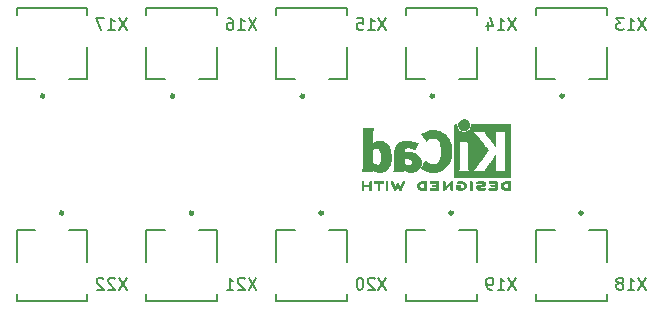
<source format=gbr>
%TF.GenerationSoftware,KiCad,Pcbnew,6.0.7-f9a2dced07~116~ubuntu20.04.1*%
%TF.CreationDate,2022-09-20T13:31:56+02:00*%
%TF.ProjectId,MateLightPowerSupplyPcb,4d617465-4c69-4676-9874-506f77657253,rev?*%
%TF.SameCoordinates,Original*%
%TF.FileFunction,Legend,Bot*%
%TF.FilePolarity,Positive*%
%FSLAX46Y46*%
G04 Gerber Fmt 4.6, Leading zero omitted, Abs format (unit mm)*
G04 Created by KiCad (PCBNEW 6.0.7-f9a2dced07~116~ubuntu20.04.1) date 2022-09-20 13:31:56*
%MOMM*%
%LPD*%
G01*
G04 APERTURE LIST*
%ADD10C,0.150000*%
%ADD11C,0.010000*%
%ADD12C,0.127000*%
%ADD13C,0.300000*%
G04 APERTURE END LIST*
D10*
%TO.C,X20*%
X142811785Y-123452380D02*
X142145119Y-124452380D01*
X142145119Y-123452380D02*
X142811785Y-124452380D01*
X141811785Y-123547619D02*
X141764166Y-123500000D01*
X141668928Y-123452380D01*
X141430833Y-123452380D01*
X141335595Y-123500000D01*
X141287976Y-123547619D01*
X141240357Y-123642857D01*
X141240357Y-123738095D01*
X141287976Y-123880952D01*
X141859404Y-124452380D01*
X141240357Y-124452380D01*
X140621309Y-123452380D02*
X140526071Y-123452380D01*
X140430833Y-123500000D01*
X140383214Y-123547619D01*
X140335595Y-123642857D01*
X140287976Y-123833333D01*
X140287976Y-124071428D01*
X140335595Y-124261904D01*
X140383214Y-124357142D01*
X140430833Y-124404761D01*
X140526071Y-124452380D01*
X140621309Y-124452380D01*
X140716547Y-124404761D01*
X140764166Y-124357142D01*
X140811785Y-124261904D01*
X140859404Y-124071428D01*
X140859404Y-123833333D01*
X140811785Y-123642857D01*
X140764166Y-123547619D01*
X140716547Y-123500000D01*
X140621309Y-123452380D01*
%TO.C,X22*%
X120811785Y-123452380D02*
X120145119Y-124452380D01*
X120145119Y-123452380D02*
X120811785Y-124452380D01*
X119811785Y-123547619D02*
X119764166Y-123500000D01*
X119668928Y-123452380D01*
X119430833Y-123452380D01*
X119335595Y-123500000D01*
X119287976Y-123547619D01*
X119240357Y-123642857D01*
X119240357Y-123738095D01*
X119287976Y-123880952D01*
X119859404Y-124452380D01*
X119240357Y-124452380D01*
X118859404Y-123547619D02*
X118811785Y-123500000D01*
X118716547Y-123452380D01*
X118478452Y-123452380D01*
X118383214Y-123500000D01*
X118335595Y-123547619D01*
X118287976Y-123642857D01*
X118287976Y-123738095D01*
X118335595Y-123880952D01*
X118907023Y-124452380D01*
X118287976Y-124452380D01*
%TO.C,X21*%
X131811785Y-123452380D02*
X131145119Y-124452380D01*
X131145119Y-123452380D02*
X131811785Y-124452380D01*
X130811785Y-123547619D02*
X130764166Y-123500000D01*
X130668928Y-123452380D01*
X130430833Y-123452380D01*
X130335595Y-123500000D01*
X130287976Y-123547619D01*
X130240357Y-123642857D01*
X130240357Y-123738095D01*
X130287976Y-123880952D01*
X130859404Y-124452380D01*
X130240357Y-124452380D01*
X129287976Y-124452380D02*
X129859404Y-124452380D01*
X129573690Y-124452380D02*
X129573690Y-123452380D01*
X129668928Y-123595238D01*
X129764166Y-123690476D01*
X129859404Y-123738095D01*
%TO.C,X13*%
X164811785Y-101452380D02*
X164145119Y-102452380D01*
X164145119Y-101452380D02*
X164811785Y-102452380D01*
X163240357Y-102452380D02*
X163811785Y-102452380D01*
X163526071Y-102452380D02*
X163526071Y-101452380D01*
X163621309Y-101595238D01*
X163716547Y-101690476D01*
X163811785Y-101738095D01*
X162907023Y-101452380D02*
X162287976Y-101452380D01*
X162621309Y-101833333D01*
X162478452Y-101833333D01*
X162383214Y-101880952D01*
X162335595Y-101928571D01*
X162287976Y-102023809D01*
X162287976Y-102261904D01*
X162335595Y-102357142D01*
X162383214Y-102404761D01*
X162478452Y-102452380D01*
X162764166Y-102452380D01*
X162859404Y-102404761D01*
X162907023Y-102357142D01*
%TO.C,X15*%
X142811785Y-101452380D02*
X142145119Y-102452380D01*
X142145119Y-101452380D02*
X142811785Y-102452380D01*
X141240357Y-102452380D02*
X141811785Y-102452380D01*
X141526071Y-102452380D02*
X141526071Y-101452380D01*
X141621309Y-101595238D01*
X141716547Y-101690476D01*
X141811785Y-101738095D01*
X140335595Y-101452380D02*
X140811785Y-101452380D01*
X140859404Y-101928571D01*
X140811785Y-101880952D01*
X140716547Y-101833333D01*
X140478452Y-101833333D01*
X140383214Y-101880952D01*
X140335595Y-101928571D01*
X140287976Y-102023809D01*
X140287976Y-102261904D01*
X140335595Y-102357142D01*
X140383214Y-102404761D01*
X140478452Y-102452380D01*
X140716547Y-102452380D01*
X140811785Y-102404761D01*
X140859404Y-102357142D01*
%TO.C,X14*%
X153811785Y-101452380D02*
X153145119Y-102452380D01*
X153145119Y-101452380D02*
X153811785Y-102452380D01*
X152240357Y-102452380D02*
X152811785Y-102452380D01*
X152526071Y-102452380D02*
X152526071Y-101452380D01*
X152621309Y-101595238D01*
X152716547Y-101690476D01*
X152811785Y-101738095D01*
X151383214Y-101785714D02*
X151383214Y-102452380D01*
X151621309Y-101404761D02*
X151859404Y-102119047D01*
X151240357Y-102119047D01*
%TO.C,X18*%
X164811785Y-123452380D02*
X164145119Y-124452380D01*
X164145119Y-123452380D02*
X164811785Y-124452380D01*
X163240357Y-124452380D02*
X163811785Y-124452380D01*
X163526071Y-124452380D02*
X163526071Y-123452380D01*
X163621309Y-123595238D01*
X163716547Y-123690476D01*
X163811785Y-123738095D01*
X162668928Y-123880952D02*
X162764166Y-123833333D01*
X162811785Y-123785714D01*
X162859404Y-123690476D01*
X162859404Y-123642857D01*
X162811785Y-123547619D01*
X162764166Y-123500000D01*
X162668928Y-123452380D01*
X162478452Y-123452380D01*
X162383214Y-123500000D01*
X162335595Y-123547619D01*
X162287976Y-123642857D01*
X162287976Y-123690476D01*
X162335595Y-123785714D01*
X162383214Y-123833333D01*
X162478452Y-123880952D01*
X162668928Y-123880952D01*
X162764166Y-123928571D01*
X162811785Y-123976190D01*
X162859404Y-124071428D01*
X162859404Y-124261904D01*
X162811785Y-124357142D01*
X162764166Y-124404761D01*
X162668928Y-124452380D01*
X162478452Y-124452380D01*
X162383214Y-124404761D01*
X162335595Y-124357142D01*
X162287976Y-124261904D01*
X162287976Y-124071428D01*
X162335595Y-123976190D01*
X162383214Y-123928571D01*
X162478452Y-123880952D01*
%TO.C,X19*%
X153811785Y-123452380D02*
X153145119Y-124452380D01*
X153145119Y-123452380D02*
X153811785Y-124452380D01*
X152240357Y-124452380D02*
X152811785Y-124452380D01*
X152526071Y-124452380D02*
X152526071Y-123452380D01*
X152621309Y-123595238D01*
X152716547Y-123690476D01*
X152811785Y-123738095D01*
X151764166Y-124452380D02*
X151573690Y-124452380D01*
X151478452Y-124404761D01*
X151430833Y-124357142D01*
X151335595Y-124214285D01*
X151287976Y-124023809D01*
X151287976Y-123642857D01*
X151335595Y-123547619D01*
X151383214Y-123500000D01*
X151478452Y-123452380D01*
X151668928Y-123452380D01*
X151764166Y-123500000D01*
X151811785Y-123547619D01*
X151859404Y-123642857D01*
X151859404Y-123880952D01*
X151811785Y-123976190D01*
X151764166Y-124023809D01*
X151668928Y-124071428D01*
X151478452Y-124071428D01*
X151383214Y-124023809D01*
X151335595Y-123976190D01*
X151287976Y-123880952D01*
%TO.C,X17*%
X120811785Y-101452380D02*
X120145119Y-102452380D01*
X120145119Y-101452380D02*
X120811785Y-102452380D01*
X119240357Y-102452380D02*
X119811785Y-102452380D01*
X119526071Y-102452380D02*
X119526071Y-101452380D01*
X119621309Y-101595238D01*
X119716547Y-101690476D01*
X119811785Y-101738095D01*
X118907023Y-101452380D02*
X118240357Y-101452380D01*
X118668928Y-102452380D01*
%TO.C,X16*%
X131811785Y-101452380D02*
X131145119Y-102452380D01*
X131145119Y-101452380D02*
X131811785Y-102452380D01*
X130240357Y-102452380D02*
X130811785Y-102452380D01*
X130526071Y-102452380D02*
X130526071Y-101452380D01*
X130621309Y-101595238D01*
X130716547Y-101690476D01*
X130811785Y-101738095D01*
X129383214Y-101452380D02*
X129573690Y-101452380D01*
X129668928Y-101500000D01*
X129716547Y-101547619D01*
X129811785Y-101690476D01*
X129859404Y-101880952D01*
X129859404Y-102261904D01*
X129811785Y-102357142D01*
X129764166Y-102404761D01*
X129668928Y-102452380D01*
X129478452Y-102452380D01*
X129383214Y-102404761D01*
X129335595Y-102357142D01*
X129287976Y-102261904D01*
X129287976Y-102023809D01*
X129335595Y-101928571D01*
X129383214Y-101880952D01*
X129478452Y-101833333D01*
X129668928Y-101833333D01*
X129764166Y-101880952D01*
X129811785Y-101928571D01*
X129859404Y-102023809D01*
%TO.C,REF\u002A\u002A*%
G36*
X143185268Y-113320158D02*
G01*
X143176689Y-113471594D01*
X143157833Y-113608283D01*
X143127837Y-113734276D01*
X143085836Y-113853625D01*
X143030969Y-113970381D01*
X142964167Y-114081179D01*
X142873363Y-114194739D01*
X142769708Y-114290211D01*
X142653887Y-114367073D01*
X142526586Y-114424797D01*
X142388489Y-114462858D01*
X142350793Y-114468666D01*
X142271752Y-114474396D01*
X142183629Y-114474583D01*
X142094236Y-114469539D01*
X142011384Y-114459578D01*
X141942887Y-114445012D01*
X141912035Y-114435364D01*
X141834730Y-114405123D01*
X141757679Y-114367617D01*
X141688200Y-114326614D01*
X141633615Y-114285879D01*
X141610916Y-114266505D01*
X141588201Y-114248662D01*
X141576779Y-114241778D01*
X141575537Y-114243424D01*
X141572728Y-114261205D01*
X141570776Y-114294370D01*
X141570045Y-114337733D01*
X141570045Y-114433689D01*
X140711896Y-114433689D01*
X140746161Y-114372974D01*
X140751355Y-114363868D01*
X140759715Y-114349249D01*
X140767288Y-114335173D01*
X140774112Y-114320540D01*
X140780227Y-114304249D01*
X140785673Y-114285198D01*
X140790487Y-114262286D01*
X140794708Y-114234413D01*
X140798377Y-114200478D01*
X140801531Y-114159379D01*
X140804211Y-114110015D01*
X140806454Y-114051286D01*
X140808299Y-113982090D01*
X140809787Y-113901326D01*
X140810955Y-113807894D01*
X140811678Y-113720721D01*
X141615200Y-113720721D01*
X141685756Y-113767089D01*
X141726417Y-113790791D01*
X141780546Y-113816639D01*
X141829689Y-113834829D01*
X141893165Y-113850551D01*
X141989331Y-113861541D01*
X142073900Y-113853365D01*
X142147219Y-113825805D01*
X142209637Y-113778642D01*
X142261502Y-113711658D01*
X142303160Y-113624633D01*
X142334962Y-113517350D01*
X142337545Y-113505009D01*
X142346000Y-113443772D01*
X142351663Y-113366692D01*
X142354576Y-113279002D01*
X142354783Y-113185934D01*
X142352330Y-113092720D01*
X142347261Y-113004594D01*
X142339619Y-112926788D01*
X142329448Y-112864533D01*
X142328167Y-112858666D01*
X142299126Y-112748121D01*
X142264610Y-112657575D01*
X142223456Y-112584953D01*
X142174499Y-112528181D01*
X142116574Y-112485184D01*
X142084620Y-112469615D01*
X142011784Y-112450722D01*
X141930443Y-112447465D01*
X141845319Y-112459389D01*
X141761133Y-112486040D01*
X141682608Y-112526962D01*
X141615200Y-112570530D01*
X141615200Y-113720721D01*
X140811678Y-113720721D01*
X140811844Y-113700692D01*
X140812491Y-113578620D01*
X140812936Y-113440576D01*
X140813218Y-113285459D01*
X140813375Y-113112168D01*
X140813448Y-112919603D01*
X140813474Y-112706662D01*
X140813493Y-112472245D01*
X140813689Y-110787378D01*
X141719017Y-110787378D01*
X141694585Y-110824067D01*
X141688318Y-110833647D01*
X141662208Y-110879981D01*
X141644469Y-110927102D01*
X141632908Y-110982251D01*
X141625331Y-111052667D01*
X141624839Y-111059650D01*
X141623062Y-111097641D01*
X141621444Y-111151576D01*
X141619999Y-111218703D01*
X141618740Y-111296271D01*
X141617680Y-111381528D01*
X141616829Y-111471724D01*
X141616203Y-111564107D01*
X141615812Y-111655925D01*
X141615670Y-111744427D01*
X141615790Y-111826862D01*
X141616183Y-111900479D01*
X141616862Y-111962526D01*
X141617841Y-112010251D01*
X141619132Y-112040904D01*
X141620747Y-112051733D01*
X141628957Y-112047333D01*
X141650647Y-112032362D01*
X141680014Y-112010448D01*
X141728879Y-111976236D01*
X141817125Y-111929714D01*
X141915916Y-111896046D01*
X142028510Y-111874231D01*
X142158164Y-111863265D01*
X142250670Y-111862219D01*
X142372011Y-111872014D01*
X142482099Y-111896174D01*
X142585389Y-111935785D01*
X142686338Y-111991932D01*
X142731503Y-112022883D01*
X142836911Y-112114115D01*
X142928538Y-112223106D01*
X143006332Y-112349726D01*
X143070241Y-112493845D01*
X143120214Y-112655332D01*
X143156198Y-112834059D01*
X143178143Y-113029895D01*
X143183900Y-113185934D01*
X143185994Y-113242711D01*
X143185268Y-113320158D01*
G37*
D11*
X143185268Y-113320158D02*
X143176689Y-113471594D01*
X143157833Y-113608283D01*
X143127837Y-113734276D01*
X143085836Y-113853625D01*
X143030969Y-113970381D01*
X142964167Y-114081179D01*
X142873363Y-114194739D01*
X142769708Y-114290211D01*
X142653887Y-114367073D01*
X142526586Y-114424797D01*
X142388489Y-114462858D01*
X142350793Y-114468666D01*
X142271752Y-114474396D01*
X142183629Y-114474583D01*
X142094236Y-114469539D01*
X142011384Y-114459578D01*
X141942887Y-114445012D01*
X141912035Y-114435364D01*
X141834730Y-114405123D01*
X141757679Y-114367617D01*
X141688200Y-114326614D01*
X141633615Y-114285879D01*
X141610916Y-114266505D01*
X141588201Y-114248662D01*
X141576779Y-114241778D01*
X141575537Y-114243424D01*
X141572728Y-114261205D01*
X141570776Y-114294370D01*
X141570045Y-114337733D01*
X141570045Y-114433689D01*
X140711896Y-114433689D01*
X140746161Y-114372974D01*
X140751355Y-114363868D01*
X140759715Y-114349249D01*
X140767288Y-114335173D01*
X140774112Y-114320540D01*
X140780227Y-114304249D01*
X140785673Y-114285198D01*
X140790487Y-114262286D01*
X140794708Y-114234413D01*
X140798377Y-114200478D01*
X140801531Y-114159379D01*
X140804211Y-114110015D01*
X140806454Y-114051286D01*
X140808299Y-113982090D01*
X140809787Y-113901326D01*
X140810955Y-113807894D01*
X140811678Y-113720721D01*
X141615200Y-113720721D01*
X141685756Y-113767089D01*
X141726417Y-113790791D01*
X141780546Y-113816639D01*
X141829689Y-113834829D01*
X141893165Y-113850551D01*
X141989331Y-113861541D01*
X142073900Y-113853365D01*
X142147219Y-113825805D01*
X142209637Y-113778642D01*
X142261502Y-113711658D01*
X142303160Y-113624633D01*
X142334962Y-113517350D01*
X142337545Y-113505009D01*
X142346000Y-113443772D01*
X142351663Y-113366692D01*
X142354576Y-113279002D01*
X142354783Y-113185934D01*
X142352330Y-113092720D01*
X142347261Y-113004594D01*
X142339619Y-112926788D01*
X142329448Y-112864533D01*
X142328167Y-112858666D01*
X142299126Y-112748121D01*
X142264610Y-112657575D01*
X142223456Y-112584953D01*
X142174499Y-112528181D01*
X142116574Y-112485184D01*
X142084620Y-112469615D01*
X142011784Y-112450722D01*
X141930443Y-112447465D01*
X141845319Y-112459389D01*
X141761133Y-112486040D01*
X141682608Y-112526962D01*
X141615200Y-112570530D01*
X141615200Y-113720721D01*
X140811678Y-113720721D01*
X140811844Y-113700692D01*
X140812491Y-113578620D01*
X140812936Y-113440576D01*
X140813218Y-113285459D01*
X140813375Y-113112168D01*
X140813448Y-112919603D01*
X140813474Y-112706662D01*
X140813493Y-112472245D01*
X140813689Y-110787378D01*
X141719017Y-110787378D01*
X141694585Y-110824067D01*
X141688318Y-110833647D01*
X141662208Y-110879981D01*
X141644469Y-110927102D01*
X141632908Y-110982251D01*
X141625331Y-111052667D01*
X141624839Y-111059650D01*
X141623062Y-111097641D01*
X141621444Y-111151576D01*
X141619999Y-111218703D01*
X141618740Y-111296271D01*
X141617680Y-111381528D01*
X141616829Y-111471724D01*
X141616203Y-111564107D01*
X141615812Y-111655925D01*
X141615670Y-111744427D01*
X141615790Y-111826862D01*
X141616183Y-111900479D01*
X141616862Y-111962526D01*
X141617841Y-112010251D01*
X141619132Y-112040904D01*
X141620747Y-112051733D01*
X141628957Y-112047333D01*
X141650647Y-112032362D01*
X141680014Y-112010448D01*
X141728879Y-111976236D01*
X141817125Y-111929714D01*
X141915916Y-111896046D01*
X142028510Y-111874231D01*
X142158164Y-111863265D01*
X142250670Y-111862219D01*
X142372011Y-111872014D01*
X142482099Y-111896174D01*
X142585389Y-111935785D01*
X142686338Y-111991932D01*
X142731503Y-112022883D01*
X142836911Y-112114115D01*
X142928538Y-112223106D01*
X143006332Y-112349726D01*
X143070241Y-112493845D01*
X143120214Y-112655332D01*
X143156198Y-112834059D01*
X143178143Y-113029895D01*
X143183900Y-113185934D01*
X143185994Y-113242711D01*
X143185268Y-113320158D01*
G36*
X142155767Y-115269068D02*
G01*
X142249890Y-115269158D01*
X142324405Y-115269498D01*
X142381811Y-115270239D01*
X142424611Y-115271535D01*
X142455304Y-115273537D01*
X142476391Y-115276396D01*
X142490373Y-115280266D01*
X142499750Y-115285298D01*
X142507022Y-115291645D01*
X142525828Y-115324362D01*
X142527275Y-115361939D01*
X142510917Y-115395178D01*
X142509557Y-115396631D01*
X142498354Y-115404992D01*
X142481252Y-115410547D01*
X142454082Y-115413840D01*
X142412678Y-115415418D01*
X142352873Y-115415822D01*
X142213511Y-115415822D01*
X142213511Y-115679589D01*
X142213436Y-115755417D01*
X142213028Y-115822083D01*
X142212046Y-115871867D01*
X142210250Y-115907784D01*
X142207399Y-115932850D01*
X142203253Y-115950081D01*
X142197571Y-115962492D01*
X142190114Y-115973100D01*
X142187824Y-115975906D01*
X142156646Y-115998548D01*
X142122266Y-116000112D01*
X142089334Y-115980267D01*
X142082355Y-115972191D01*
X142076883Y-115961593D01*
X142072863Y-115945749D01*
X142070072Y-115921773D01*
X142068288Y-115886774D01*
X142067289Y-115837864D01*
X142066852Y-115772154D01*
X142066756Y-115686756D01*
X142066756Y-115415822D01*
X141920820Y-115415822D01*
X141909720Y-115415821D01*
X141853202Y-115415596D01*
X141814358Y-115414457D01*
X141788965Y-115411657D01*
X141772804Y-115406450D01*
X141761652Y-115398089D01*
X141751289Y-115385826D01*
X141735441Y-115355138D01*
X141738543Y-115321358D01*
X141764187Y-115288822D01*
X141769129Y-115285105D01*
X141779338Y-115280269D01*
X141794764Y-115276506D01*
X141817886Y-115273683D01*
X141851183Y-115271670D01*
X141897137Y-115270333D01*
X141958228Y-115269542D01*
X142036935Y-115269163D01*
X142135740Y-115269067D01*
X142155767Y-115269068D01*
G37*
X142155767Y-115269068D02*
X142249890Y-115269158D01*
X142324405Y-115269498D01*
X142381811Y-115270239D01*
X142424611Y-115271535D01*
X142455304Y-115273537D01*
X142476391Y-115276396D01*
X142490373Y-115280266D01*
X142499750Y-115285298D01*
X142507022Y-115291645D01*
X142525828Y-115324362D01*
X142527275Y-115361939D01*
X142510917Y-115395178D01*
X142509557Y-115396631D01*
X142498354Y-115404992D01*
X142481252Y-115410547D01*
X142454082Y-115413840D01*
X142412678Y-115415418D01*
X142352873Y-115415822D01*
X142213511Y-115415822D01*
X142213511Y-115679589D01*
X142213436Y-115755417D01*
X142213028Y-115822083D01*
X142212046Y-115871867D01*
X142210250Y-115907784D01*
X142207399Y-115932850D01*
X142203253Y-115950081D01*
X142197571Y-115962492D01*
X142190114Y-115973100D01*
X142187824Y-115975906D01*
X142156646Y-115998548D01*
X142122266Y-116000112D01*
X142089334Y-115980267D01*
X142082355Y-115972191D01*
X142076883Y-115961593D01*
X142072863Y-115945749D01*
X142070072Y-115921773D01*
X142068288Y-115886774D01*
X142067289Y-115837864D01*
X142066852Y-115772154D01*
X142066756Y-115686756D01*
X142066756Y-115415822D01*
X141920820Y-115415822D01*
X141909720Y-115415821D01*
X141853202Y-115415596D01*
X141814358Y-115414457D01*
X141788965Y-115411657D01*
X141772804Y-115406450D01*
X141761652Y-115398089D01*
X141751289Y-115385826D01*
X141735441Y-115355138D01*
X141738543Y-115321358D01*
X141764187Y-115288822D01*
X141769129Y-115285105D01*
X141779338Y-115280269D01*
X141794764Y-115276506D01*
X141817886Y-115273683D01*
X141851183Y-115271670D01*
X141897137Y-115270333D01*
X141958228Y-115269542D01*
X142036935Y-115269163D01*
X142135740Y-115269067D01*
X142155767Y-115269068D01*
G36*
X153276870Y-115535041D02*
G01*
X153276622Y-115635956D01*
X153276583Y-115711617D01*
X153276328Y-115789526D01*
X153275684Y-115849536D01*
X153274480Y-115894264D01*
X153272543Y-115926326D01*
X153269703Y-115948340D01*
X153265788Y-115962924D01*
X153260626Y-115972694D01*
X153254045Y-115980267D01*
X153247077Y-115986501D01*
X153234079Y-115993801D01*
X153214931Y-115998554D01*
X153185528Y-116001292D01*
X153141762Y-116002545D01*
X153079528Y-116002845D01*
X153030582Y-116002469D01*
X152923722Y-115998041D01*
X152834494Y-115987953D01*
X152759696Y-115971365D01*
X152696125Y-115947435D01*
X152640579Y-115915321D01*
X152589854Y-115874182D01*
X152583866Y-115868330D01*
X152546999Y-115819821D01*
X152515899Y-115759013D01*
X152494417Y-115694769D01*
X152489136Y-115656026D01*
X152636353Y-115656026D01*
X152654635Y-115706961D01*
X152684305Y-115752878D01*
X152731002Y-115795287D01*
X152792392Y-115825090D01*
X152871538Y-115844226D01*
X152873028Y-115844464D01*
X152921999Y-115850256D01*
X152980693Y-115854396D01*
X153036734Y-115856004D01*
X153129867Y-115856089D01*
X153129867Y-115415822D01*
X153053667Y-115415808D01*
X153050639Y-115415817D01*
X152999519Y-115417782D01*
X152939416Y-115422507D01*
X152882708Y-115429035D01*
X152832750Y-115438331D01*
X152757998Y-115464600D01*
X152700489Y-115503899D01*
X152658988Y-115556933D01*
X152637771Y-115608200D01*
X152636353Y-115656026D01*
X152489136Y-115656026D01*
X152486400Y-115635956D01*
X152487679Y-115614739D01*
X152499991Y-115557323D01*
X152522520Y-115497413D01*
X152551750Y-115443363D01*
X152584167Y-115403532D01*
X152603708Y-115386510D01*
X152658420Y-115347322D01*
X152718723Y-115317193D01*
X152787919Y-115295232D01*
X152869311Y-115280550D01*
X152966200Y-115272259D01*
X153081889Y-115269467D01*
X153121371Y-115269066D01*
X153167082Y-115268653D01*
X153202883Y-115270457D01*
X153229974Y-115276739D01*
X153249556Y-115289759D01*
X153262830Y-115311778D01*
X153270998Y-115345055D01*
X153275260Y-115391851D01*
X153275857Y-115415822D01*
X153276817Y-115454427D01*
X153276870Y-115535041D01*
G37*
X153276870Y-115535041D02*
X153276622Y-115635956D01*
X153276583Y-115711617D01*
X153276328Y-115789526D01*
X153275684Y-115849536D01*
X153274480Y-115894264D01*
X153272543Y-115926326D01*
X153269703Y-115948340D01*
X153265788Y-115962924D01*
X153260626Y-115972694D01*
X153254045Y-115980267D01*
X153247077Y-115986501D01*
X153234079Y-115993801D01*
X153214931Y-115998554D01*
X153185528Y-116001292D01*
X153141762Y-116002545D01*
X153079528Y-116002845D01*
X153030582Y-116002469D01*
X152923722Y-115998041D01*
X152834494Y-115987953D01*
X152759696Y-115971365D01*
X152696125Y-115947435D01*
X152640579Y-115915321D01*
X152589854Y-115874182D01*
X152583866Y-115868330D01*
X152546999Y-115819821D01*
X152515899Y-115759013D01*
X152494417Y-115694769D01*
X152489136Y-115656026D01*
X152636353Y-115656026D01*
X152654635Y-115706961D01*
X152684305Y-115752878D01*
X152731002Y-115795287D01*
X152792392Y-115825090D01*
X152871538Y-115844226D01*
X152873028Y-115844464D01*
X152921999Y-115850256D01*
X152980693Y-115854396D01*
X153036734Y-115856004D01*
X153129867Y-115856089D01*
X153129867Y-115415822D01*
X153053667Y-115415808D01*
X153050639Y-115415817D01*
X152999519Y-115417782D01*
X152939416Y-115422507D01*
X152882708Y-115429035D01*
X152832750Y-115438331D01*
X152757998Y-115464600D01*
X152700489Y-115503899D01*
X152658988Y-115556933D01*
X152637771Y-115608200D01*
X152636353Y-115656026D01*
X152489136Y-115656026D01*
X152486400Y-115635956D01*
X152487679Y-115614739D01*
X152499991Y-115557323D01*
X152522520Y-115497413D01*
X152551750Y-115443363D01*
X152584167Y-115403532D01*
X152603708Y-115386510D01*
X152658420Y-115347322D01*
X152718723Y-115317193D01*
X152787919Y-115295232D01*
X152869311Y-115280550D01*
X152966200Y-115272259D01*
X153081889Y-115269467D01*
X153121371Y-115269066D01*
X153167082Y-115268653D01*
X153202883Y-115270457D01*
X153229974Y-115276739D01*
X153249556Y-115289759D01*
X153262830Y-115311778D01*
X153270998Y-115345055D01*
X153275260Y-115391851D01*
X153275857Y-115415822D01*
X153276817Y-115454427D01*
X153276870Y-115535041D01*
G36*
X143289702Y-115278478D02*
G01*
X143307663Y-115296989D01*
X143328263Y-115328071D01*
X143353095Y-115373756D01*
X143383750Y-115436078D01*
X143421820Y-115517071D01*
X143436454Y-115548454D01*
X143466203Y-115611638D01*
X143492297Y-115666244D01*
X143513292Y-115709290D01*
X143527739Y-115737793D01*
X143534191Y-115748770D01*
X143535550Y-115748189D01*
X143545542Y-115734242D01*
X143562833Y-115704704D01*
X143585430Y-115663087D01*
X143611338Y-115612903D01*
X143627311Y-115581414D01*
X143656261Y-115526061D01*
X143678749Y-115487044D01*
X143696965Y-115461566D01*
X143713096Y-115446831D01*
X143729330Y-115440042D01*
X143747857Y-115438400D01*
X143758360Y-115438875D01*
X143774476Y-115443082D01*
X143789790Y-115453946D01*
X143806388Y-115474219D01*
X143826357Y-115506654D01*
X143851783Y-115554004D01*
X143884752Y-115619022D01*
X143894485Y-115638277D01*
X143918943Y-115684946D01*
X143939178Y-115721109D01*
X143953311Y-115743497D01*
X143959460Y-115748845D01*
X143960827Y-115745573D01*
X143970202Y-115724664D01*
X143987062Y-115687725D01*
X144009979Y-115637874D01*
X144037520Y-115578226D01*
X144068255Y-115511898D01*
X144094970Y-115454677D01*
X144124593Y-115392688D01*
X144147664Y-115346949D01*
X144165643Y-115314908D01*
X144179990Y-115294014D01*
X144192166Y-115281718D01*
X144203632Y-115275466D01*
X144213042Y-115272574D01*
X144238147Y-115272425D01*
X144265290Y-115287768D01*
X144266590Y-115288753D01*
X144288674Y-115311388D01*
X144299723Y-115333613D01*
X144299769Y-115334253D01*
X144295228Y-115351915D01*
X144282364Y-115386481D01*
X144262605Y-115434826D01*
X144237381Y-115493825D01*
X144208119Y-115560355D01*
X144176250Y-115631291D01*
X144143201Y-115703507D01*
X144110401Y-115773880D01*
X144079280Y-115839285D01*
X144051265Y-115896597D01*
X144027786Y-115942692D01*
X144010272Y-115974446D01*
X144000151Y-115988733D01*
X143965743Y-116002102D01*
X143924046Y-115995741D01*
X143918681Y-115991044D01*
X143902852Y-115968893D01*
X143880650Y-115932132D01*
X143854233Y-115884415D01*
X143825760Y-115829393D01*
X143745986Y-115670150D01*
X143672799Y-115816742D01*
X143663103Y-115836032D01*
X143636125Y-115888380D01*
X143612096Y-115933170D01*
X143593332Y-115966154D01*
X143582146Y-115983089D01*
X143581000Y-115984332D01*
X143552879Y-115999619D01*
X143517817Y-116001302D01*
X143486776Y-115988733D01*
X143484350Y-115985884D01*
X143472090Y-115965259D01*
X143452352Y-115927708D01*
X143426448Y-115875880D01*
X143395685Y-115812423D01*
X143361375Y-115739985D01*
X143324825Y-115661216D01*
X143304585Y-115617093D01*
X143267812Y-115536365D01*
X143239355Y-115472687D01*
X143218331Y-115423752D01*
X143203854Y-115387257D01*
X143195039Y-115360895D01*
X143191004Y-115342361D01*
X143190862Y-115329352D01*
X143193730Y-115319561D01*
X143208387Y-115298678D01*
X143234990Y-115278377D01*
X143235745Y-115278035D01*
X143255335Y-115271034D01*
X143272790Y-115270504D01*
X143289702Y-115278478D01*
G37*
X143289702Y-115278478D02*
X143307663Y-115296989D01*
X143328263Y-115328071D01*
X143353095Y-115373756D01*
X143383750Y-115436078D01*
X143421820Y-115517071D01*
X143436454Y-115548454D01*
X143466203Y-115611638D01*
X143492297Y-115666244D01*
X143513292Y-115709290D01*
X143527739Y-115737793D01*
X143534191Y-115748770D01*
X143535550Y-115748189D01*
X143545542Y-115734242D01*
X143562833Y-115704704D01*
X143585430Y-115663087D01*
X143611338Y-115612903D01*
X143627311Y-115581414D01*
X143656261Y-115526061D01*
X143678749Y-115487044D01*
X143696965Y-115461566D01*
X143713096Y-115446831D01*
X143729330Y-115440042D01*
X143747857Y-115438400D01*
X143758360Y-115438875D01*
X143774476Y-115443082D01*
X143789790Y-115453946D01*
X143806388Y-115474219D01*
X143826357Y-115506654D01*
X143851783Y-115554004D01*
X143884752Y-115619022D01*
X143894485Y-115638277D01*
X143918943Y-115684946D01*
X143939178Y-115721109D01*
X143953311Y-115743497D01*
X143959460Y-115748845D01*
X143960827Y-115745573D01*
X143970202Y-115724664D01*
X143987062Y-115687725D01*
X144009979Y-115637874D01*
X144037520Y-115578226D01*
X144068255Y-115511898D01*
X144094970Y-115454677D01*
X144124593Y-115392688D01*
X144147664Y-115346949D01*
X144165643Y-115314908D01*
X144179990Y-115294014D01*
X144192166Y-115281718D01*
X144203632Y-115275466D01*
X144213042Y-115272574D01*
X144238147Y-115272425D01*
X144265290Y-115287768D01*
X144266590Y-115288753D01*
X144288674Y-115311388D01*
X144299723Y-115333613D01*
X144299769Y-115334253D01*
X144295228Y-115351915D01*
X144282364Y-115386481D01*
X144262605Y-115434826D01*
X144237381Y-115493825D01*
X144208119Y-115560355D01*
X144176250Y-115631291D01*
X144143201Y-115703507D01*
X144110401Y-115773880D01*
X144079280Y-115839285D01*
X144051265Y-115896597D01*
X144027786Y-115942692D01*
X144010272Y-115974446D01*
X144000151Y-115988733D01*
X143965743Y-116002102D01*
X143924046Y-115995741D01*
X143918681Y-115991044D01*
X143902852Y-115968893D01*
X143880650Y-115932132D01*
X143854233Y-115884415D01*
X143825760Y-115829393D01*
X143745986Y-115670150D01*
X143672799Y-115816742D01*
X143663103Y-115836032D01*
X143636125Y-115888380D01*
X143612096Y-115933170D01*
X143593332Y-115966154D01*
X143582146Y-115983089D01*
X143581000Y-115984332D01*
X143552879Y-115999619D01*
X143517817Y-116001302D01*
X143486776Y-115988733D01*
X143484350Y-115985884D01*
X143472090Y-115965259D01*
X143452352Y-115927708D01*
X143426448Y-115875880D01*
X143395685Y-115812423D01*
X143361375Y-115739985D01*
X143324825Y-115661216D01*
X143304585Y-115617093D01*
X143267812Y-115536365D01*
X143239355Y-115472687D01*
X143218331Y-115423752D01*
X143203854Y-115387257D01*
X143195039Y-115360895D01*
X143191004Y-115342361D01*
X143190862Y-115329352D01*
X143193730Y-115319561D01*
X143208387Y-115298678D01*
X143234990Y-115278377D01*
X143235745Y-115278035D01*
X143255335Y-115271034D01*
X143272790Y-115270504D01*
X143289702Y-115278478D01*
G36*
X153276059Y-111243011D02*
G01*
X153276362Y-111390216D01*
X153276548Y-111554349D01*
X153276642Y-111736352D01*
X153276671Y-111937165D01*
X153276661Y-112157732D01*
X153276636Y-112398992D01*
X153276622Y-112661889D01*
X153276622Y-112704040D01*
X153276646Y-112964668D01*
X153276685Y-113203796D01*
X153276708Y-113422360D01*
X153276687Y-113621295D01*
X153276593Y-113801535D01*
X153276395Y-113964015D01*
X153276063Y-114109670D01*
X153275569Y-114239434D01*
X153274883Y-114354243D01*
X153273976Y-114455030D01*
X153272817Y-114542730D01*
X153271378Y-114618279D01*
X153269629Y-114682611D01*
X153267540Y-114736661D01*
X153265083Y-114781363D01*
X153262227Y-114817652D01*
X153258943Y-114846463D01*
X153255202Y-114868731D01*
X153250974Y-114885390D01*
X153246229Y-114897375D01*
X153240939Y-114905621D01*
X153235073Y-114911062D01*
X153228602Y-114914634D01*
X153221497Y-114917270D01*
X153213728Y-114919906D01*
X153205266Y-114923477D01*
X153200908Y-114925145D01*
X153192395Y-114927111D01*
X153179694Y-114928911D01*
X153161885Y-114930555D01*
X153138049Y-114932047D01*
X153107266Y-114933397D01*
X153068617Y-114934611D01*
X153021182Y-114935697D01*
X152964043Y-114936661D01*
X152896279Y-114937511D01*
X152816971Y-114938253D01*
X152725199Y-114938897D01*
X152620044Y-114939447D01*
X152500587Y-114939913D01*
X152365908Y-114940300D01*
X152215088Y-114940616D01*
X152047206Y-114940869D01*
X151861345Y-114941066D01*
X151656583Y-114941213D01*
X151432002Y-114941318D01*
X151186682Y-114941389D01*
X150919704Y-114941432D01*
X150881321Y-114941437D01*
X150615922Y-114941480D01*
X150372050Y-114941525D01*
X150148783Y-114941548D01*
X149945196Y-114941524D01*
X149760367Y-114941430D01*
X149593373Y-114941243D01*
X149443290Y-114940939D01*
X149309196Y-114940494D01*
X149190166Y-114939885D01*
X149085279Y-114939089D01*
X148993610Y-114938080D01*
X148914237Y-114936837D01*
X148846237Y-114935335D01*
X148788686Y-114933551D01*
X148740662Y-114931461D01*
X148701240Y-114929042D01*
X148669499Y-114926270D01*
X148644514Y-114923121D01*
X148625364Y-114919572D01*
X148611123Y-114915598D01*
X148600871Y-114911178D01*
X148593682Y-114906286D01*
X148588635Y-114900900D01*
X148584805Y-114894996D01*
X148581271Y-114888549D01*
X148577108Y-114881537D01*
X148576025Y-114879687D01*
X148573813Y-114874180D01*
X148571786Y-114865868D01*
X148569938Y-114853809D01*
X148568261Y-114837063D01*
X148566745Y-114814687D01*
X148565383Y-114785740D01*
X148564167Y-114749280D01*
X148563089Y-114704367D01*
X148562140Y-114650057D01*
X148561312Y-114585410D01*
X148560597Y-114509484D01*
X148559987Y-114421338D01*
X148559942Y-114412493D01*
X148851378Y-114412493D01*
X148855260Y-114413765D01*
X148878520Y-114415791D01*
X148920874Y-114417626D01*
X148980132Y-114419227D01*
X149054107Y-114420549D01*
X149140610Y-114421548D01*
X149237452Y-114422180D01*
X149342445Y-114422400D01*
X150040651Y-114422400D01*
X151195090Y-114422400D01*
X151194456Y-114346200D01*
X151195574Y-114304160D01*
X151201304Y-114268334D01*
X151213890Y-114230772D01*
X151235568Y-114182577D01*
X151238789Y-114175897D01*
X151264188Y-114126359D01*
X151290996Y-114078369D01*
X151313917Y-114041466D01*
X151318485Y-114034834D01*
X151340516Y-114003593D01*
X151372693Y-113958654D01*
X151413457Y-113902147D01*
X151461245Y-113836204D01*
X151514498Y-113762957D01*
X151571655Y-113684536D01*
X151631155Y-113603072D01*
X151691437Y-113520698D01*
X151750940Y-113439544D01*
X151808105Y-113361742D01*
X151861370Y-113289423D01*
X151909174Y-113224718D01*
X151949957Y-113169759D01*
X151982158Y-113126676D01*
X152004216Y-113097602D01*
X152014571Y-113084667D01*
X152019044Y-113080351D01*
X152023236Y-113078312D01*
X152026643Y-113080926D01*
X152029325Y-113089986D01*
X152031341Y-113107285D01*
X152032748Y-113134614D01*
X152033605Y-113173765D01*
X152033970Y-113226533D01*
X152033903Y-113294707D01*
X152033460Y-113380082D01*
X152032702Y-113484449D01*
X152031685Y-113609600D01*
X152031308Y-113654300D01*
X152030169Y-113775395D01*
X152028972Y-113876688D01*
X152027636Y-113960262D01*
X152026077Y-114028204D01*
X152024215Y-114082599D01*
X152021966Y-114125532D01*
X152019248Y-114159089D01*
X152015979Y-114185355D01*
X152012078Y-114206416D01*
X152007461Y-114224357D01*
X151999192Y-114250770D01*
X151975583Y-114312772D01*
X151949685Y-114365573D01*
X151924535Y-114402645D01*
X151923339Y-114404075D01*
X151921168Y-114408424D01*
X151923328Y-114412026D01*
X151931644Y-114414951D01*
X151947940Y-114417269D01*
X151974041Y-114419051D01*
X152011771Y-114420367D01*
X152062956Y-114421286D01*
X152129420Y-114421878D01*
X152212987Y-114422215D01*
X152315483Y-114422365D01*
X152438732Y-114422400D01*
X152970296Y-114422400D01*
X152931523Y-114364783D01*
X152925432Y-114355893D01*
X152914976Y-114341069D01*
X152905579Y-114327422D01*
X152897183Y-114313765D01*
X152889733Y-114298911D01*
X152883173Y-114281670D01*
X152877446Y-114260855D01*
X152872495Y-114235280D01*
X152868266Y-114203755D01*
X152864701Y-114165093D01*
X152861744Y-114118107D01*
X152859340Y-114061608D01*
X152857431Y-113994409D01*
X152855962Y-113915322D01*
X152854876Y-113823160D01*
X152854118Y-113716734D01*
X152853630Y-113594857D01*
X152853358Y-113456341D01*
X152853243Y-113299999D01*
X152853231Y-113124642D01*
X152853265Y-112929082D01*
X152853289Y-112712133D01*
X152853280Y-112589513D01*
X152853243Y-112384447D01*
X152853227Y-112200116D01*
X152853288Y-112035334D01*
X152853484Y-111888916D01*
X152853870Y-111759674D01*
X152854505Y-111646422D01*
X152855444Y-111547975D01*
X152856745Y-111463144D01*
X152858464Y-111390744D01*
X152860659Y-111329589D01*
X152863385Y-111278492D01*
X152866701Y-111236267D01*
X152870662Y-111201727D01*
X152875325Y-111173686D01*
X152880747Y-111150958D01*
X152886986Y-111132356D01*
X152894097Y-111116693D01*
X152902138Y-111102784D01*
X152911166Y-111089441D01*
X152921236Y-111075479D01*
X152932407Y-111059711D01*
X152972197Y-111001867D01*
X151912314Y-111001867D01*
X151950311Y-111064966D01*
X151964993Y-111090005D01*
X151979531Y-111117586D01*
X151991627Y-111145700D01*
X152001532Y-111176551D01*
X152009494Y-111212344D01*
X152015761Y-111255283D01*
X152020582Y-111307574D01*
X152024206Y-111371419D01*
X152026881Y-111449025D01*
X152028857Y-111542594D01*
X152030382Y-111654333D01*
X152031704Y-111786445D01*
X152032613Y-111906434D01*
X152033020Y-112023063D01*
X152032767Y-112118531D01*
X152031857Y-112192556D01*
X152030293Y-112244855D01*
X152028079Y-112275149D01*
X152025220Y-112283156D01*
X152022161Y-112279858D01*
X152004006Y-112258408D01*
X151974275Y-112221889D01*
X151934639Y-112172442D01*
X151886771Y-112112207D01*
X151832343Y-112043327D01*
X151773027Y-111967943D01*
X151710495Y-111888196D01*
X151646421Y-111806228D01*
X151582475Y-111724180D01*
X151520331Y-111644194D01*
X151461661Y-111568411D01*
X151408137Y-111498973D01*
X151361430Y-111438021D01*
X151323214Y-111387696D01*
X151295161Y-111350140D01*
X151278943Y-111327495D01*
X151233635Y-111255212D01*
X151193661Y-111175463D01*
X151172130Y-111107188D01*
X151168827Y-111049844D01*
X151174116Y-111001867D01*
X150042356Y-111002117D01*
X150081867Y-111032722D01*
X150091248Y-111040089D01*
X150154183Y-111094438D01*
X150222997Y-111162259D01*
X150299596Y-111245516D01*
X150385888Y-111346178D01*
X150403052Y-111366847D01*
X150443833Y-111416409D01*
X150493588Y-111477326D01*
X150550955Y-111547898D01*
X150614569Y-111626424D01*
X150683069Y-111711204D01*
X150755090Y-111800537D01*
X150829270Y-111892722D01*
X150844517Y-111911702D01*
X150904246Y-111986060D01*
X150978653Y-112078848D01*
X151051131Y-112169388D01*
X151120314Y-112255978D01*
X151184841Y-112336918D01*
X151243347Y-112410506D01*
X151294470Y-112475044D01*
X151336847Y-112528829D01*
X151369115Y-112570162D01*
X151389910Y-112597342D01*
X151397869Y-112608668D01*
X151396111Y-112612771D01*
X151383230Y-112633334D01*
X151358885Y-112669561D01*
X151324247Y-112719824D01*
X151280486Y-112782492D01*
X151228775Y-112855936D01*
X151170284Y-112938527D01*
X151106184Y-113028636D01*
X151037646Y-113124631D01*
X150965843Y-113224885D01*
X150891944Y-113327768D01*
X150817121Y-113431650D01*
X150742545Y-113534901D01*
X150669387Y-113635892D01*
X150598819Y-113732994D01*
X150532011Y-113824577D01*
X150470135Y-113909011D01*
X150414361Y-113984667D01*
X150365862Y-114049916D01*
X150325807Y-114103128D01*
X150295369Y-114142673D01*
X150274944Y-114168026D01*
X150228899Y-114222295D01*
X150178612Y-114278775D01*
X150131815Y-114328669D01*
X150040651Y-114422400D01*
X149342445Y-114422400D01*
X149411356Y-114422349D01*
X149509607Y-114422091D01*
X149599030Y-114421637D01*
X149677333Y-114421010D01*
X149742223Y-114420235D01*
X149791411Y-114419335D01*
X149822604Y-114418334D01*
X149833511Y-114417257D01*
X149832322Y-114414037D01*
X149822176Y-114396452D01*
X149805040Y-114370158D01*
X149796540Y-114357691D01*
X149787329Y-114343622D01*
X149779233Y-114329351D01*
X149772185Y-114313479D01*
X149766117Y-114294609D01*
X149760961Y-114271341D01*
X149756651Y-114242278D01*
X149753119Y-114206021D01*
X149750297Y-114161170D01*
X149748118Y-114106328D01*
X149746514Y-114040097D01*
X149745419Y-113961077D01*
X149744765Y-113867871D01*
X149744484Y-113759079D01*
X149744509Y-113633303D01*
X149744772Y-113489145D01*
X149745206Y-113325207D01*
X149745745Y-113140089D01*
X149746279Y-112961232D01*
X149746805Y-112802374D01*
X149747350Y-112663316D01*
X149747945Y-112542665D01*
X149748619Y-112439028D01*
X149749403Y-112351011D01*
X149750326Y-112277223D01*
X149751419Y-112216269D01*
X149752712Y-112166757D01*
X149754235Y-112127293D01*
X149756019Y-112096484D01*
X149758092Y-112072938D01*
X149760486Y-112055260D01*
X149763230Y-112042059D01*
X149766356Y-112031940D01*
X149769892Y-112023511D01*
X149773791Y-112015375D01*
X149793438Y-111978544D01*
X149812225Y-111948391D01*
X149813272Y-111946908D01*
X149827602Y-111924659D01*
X149833511Y-111911702D01*
X149832504Y-111911249D01*
X149815305Y-111909803D01*
X149778656Y-111908480D01*
X149724962Y-111907316D01*
X149656630Y-111906347D01*
X149576064Y-111905611D01*
X149485670Y-111905142D01*
X149387853Y-111904978D01*
X148942195Y-111904978D01*
X148939120Y-113081845D01*
X148936045Y-114258711D01*
X148909407Y-114317622D01*
X148897485Y-114342183D01*
X148880246Y-114372434D01*
X148867074Y-114389560D01*
X148859076Y-114397591D01*
X148851378Y-114412493D01*
X148559942Y-114412493D01*
X148559474Y-114320029D01*
X148559050Y-114204617D01*
X148558706Y-114074160D01*
X148558434Y-113927716D01*
X148558227Y-113764344D01*
X148558076Y-113583101D01*
X148557972Y-113383048D01*
X148557908Y-113163241D01*
X148557876Y-112922739D01*
X148557867Y-112660602D01*
X148557867Y-110469031D01*
X148596249Y-110430649D01*
X148623355Y-110406911D01*
X148650253Y-110395111D01*
X148686560Y-110392267D01*
X148738489Y-110392267D01*
X148738489Y-110480206D01*
X148740427Y-110530102D01*
X148759199Y-110640523D01*
X148796217Y-110741987D01*
X148849369Y-110833152D01*
X148916546Y-110912673D01*
X148995638Y-110979205D01*
X149084534Y-111031406D01*
X149181125Y-111067930D01*
X149283300Y-111087434D01*
X149388950Y-111088573D01*
X149495964Y-111070005D01*
X149602232Y-111030384D01*
X149699219Y-110972516D01*
X149784293Y-110897684D01*
X149853015Y-110809615D01*
X149903918Y-110710616D01*
X149935535Y-110602993D01*
X149946400Y-110489054D01*
X149946400Y-110392267D01*
X151566753Y-110392267D01*
X151777897Y-110392280D01*
X151982020Y-110392330D01*
X152165686Y-110392430D01*
X152329991Y-110392592D01*
X152476029Y-110392829D01*
X152604894Y-110393153D01*
X152717683Y-110393575D01*
X152815488Y-110394109D01*
X152899404Y-110394767D01*
X152970527Y-110395561D01*
X153029950Y-110396504D01*
X153078768Y-110397608D01*
X153118077Y-110398884D01*
X153148969Y-110400347D01*
X153172541Y-110402007D01*
X153189886Y-110403878D01*
X153202099Y-110405972D01*
X153210275Y-110408300D01*
X153215508Y-110410876D01*
X153221504Y-110414445D01*
X153228279Y-110417978D01*
X153234478Y-110421488D01*
X153240126Y-110425918D01*
X153245247Y-110432208D01*
X153249869Y-110441301D01*
X153254015Y-110454139D01*
X153257713Y-110471662D01*
X153260987Y-110494813D01*
X153263863Y-110524534D01*
X153266367Y-110561765D01*
X153268524Y-110607449D01*
X153270360Y-110662527D01*
X153271900Y-110727941D01*
X153273170Y-110804633D01*
X153274195Y-110893544D01*
X153275001Y-110995617D01*
X153275034Y-111001867D01*
X153275614Y-111111792D01*
X153276059Y-111243011D01*
G37*
X153276059Y-111243011D02*
X153276362Y-111390216D01*
X153276548Y-111554349D01*
X153276642Y-111736352D01*
X153276671Y-111937165D01*
X153276661Y-112157732D01*
X153276636Y-112398992D01*
X153276622Y-112661889D01*
X153276622Y-112704040D01*
X153276646Y-112964668D01*
X153276685Y-113203796D01*
X153276708Y-113422360D01*
X153276687Y-113621295D01*
X153276593Y-113801535D01*
X153276395Y-113964015D01*
X153276063Y-114109670D01*
X153275569Y-114239434D01*
X153274883Y-114354243D01*
X153273976Y-114455030D01*
X153272817Y-114542730D01*
X153271378Y-114618279D01*
X153269629Y-114682611D01*
X153267540Y-114736661D01*
X153265083Y-114781363D01*
X153262227Y-114817652D01*
X153258943Y-114846463D01*
X153255202Y-114868731D01*
X153250974Y-114885390D01*
X153246229Y-114897375D01*
X153240939Y-114905621D01*
X153235073Y-114911062D01*
X153228602Y-114914634D01*
X153221497Y-114917270D01*
X153213728Y-114919906D01*
X153205266Y-114923477D01*
X153200908Y-114925145D01*
X153192395Y-114927111D01*
X153179694Y-114928911D01*
X153161885Y-114930555D01*
X153138049Y-114932047D01*
X153107266Y-114933397D01*
X153068617Y-114934611D01*
X153021182Y-114935697D01*
X152964043Y-114936661D01*
X152896279Y-114937511D01*
X152816971Y-114938253D01*
X152725199Y-114938897D01*
X152620044Y-114939447D01*
X152500587Y-114939913D01*
X152365908Y-114940300D01*
X152215088Y-114940616D01*
X152047206Y-114940869D01*
X151861345Y-114941066D01*
X151656583Y-114941213D01*
X151432002Y-114941318D01*
X151186682Y-114941389D01*
X150919704Y-114941432D01*
X150881321Y-114941437D01*
X150615922Y-114941480D01*
X150372050Y-114941525D01*
X150148783Y-114941548D01*
X149945196Y-114941524D01*
X149760367Y-114941430D01*
X149593373Y-114941243D01*
X149443290Y-114940939D01*
X149309196Y-114940494D01*
X149190166Y-114939885D01*
X149085279Y-114939089D01*
X148993610Y-114938080D01*
X148914237Y-114936837D01*
X148846237Y-114935335D01*
X148788686Y-114933551D01*
X148740662Y-114931461D01*
X148701240Y-114929042D01*
X148669499Y-114926270D01*
X148644514Y-114923121D01*
X148625364Y-114919572D01*
X148611123Y-114915598D01*
X148600871Y-114911178D01*
X148593682Y-114906286D01*
X148588635Y-114900900D01*
X148584805Y-114894996D01*
X148581271Y-114888549D01*
X148577108Y-114881537D01*
X148576025Y-114879687D01*
X148573813Y-114874180D01*
X148571786Y-114865868D01*
X148569938Y-114853809D01*
X148568261Y-114837063D01*
X148566745Y-114814687D01*
X148565383Y-114785740D01*
X148564167Y-114749280D01*
X148563089Y-114704367D01*
X148562140Y-114650057D01*
X148561312Y-114585410D01*
X148560597Y-114509484D01*
X148559987Y-114421338D01*
X148559942Y-114412493D01*
X148851378Y-114412493D01*
X148855260Y-114413765D01*
X148878520Y-114415791D01*
X148920874Y-114417626D01*
X148980132Y-114419227D01*
X149054107Y-114420549D01*
X149140610Y-114421548D01*
X149237452Y-114422180D01*
X149342445Y-114422400D01*
X150040651Y-114422400D01*
X151195090Y-114422400D01*
X151194456Y-114346200D01*
X151195574Y-114304160D01*
X151201304Y-114268334D01*
X151213890Y-114230772D01*
X151235568Y-114182577D01*
X151238789Y-114175897D01*
X151264188Y-114126359D01*
X151290996Y-114078369D01*
X151313917Y-114041466D01*
X151318485Y-114034834D01*
X151340516Y-114003593D01*
X151372693Y-113958654D01*
X151413457Y-113902147D01*
X151461245Y-113836204D01*
X151514498Y-113762957D01*
X151571655Y-113684536D01*
X151631155Y-113603072D01*
X151691437Y-113520698D01*
X151750940Y-113439544D01*
X151808105Y-113361742D01*
X151861370Y-113289423D01*
X151909174Y-113224718D01*
X151949957Y-113169759D01*
X151982158Y-113126676D01*
X152004216Y-113097602D01*
X152014571Y-113084667D01*
X152019044Y-113080351D01*
X152023236Y-113078312D01*
X152026643Y-113080926D01*
X152029325Y-113089986D01*
X152031341Y-113107285D01*
X152032748Y-113134614D01*
X152033605Y-113173765D01*
X152033970Y-113226533D01*
X152033903Y-113294707D01*
X152033460Y-113380082D01*
X152032702Y-113484449D01*
X152031685Y-113609600D01*
X152031308Y-113654300D01*
X152030169Y-113775395D01*
X152028972Y-113876688D01*
X152027636Y-113960262D01*
X152026077Y-114028204D01*
X152024215Y-114082599D01*
X152021966Y-114125532D01*
X152019248Y-114159089D01*
X152015979Y-114185355D01*
X152012078Y-114206416D01*
X152007461Y-114224357D01*
X151999192Y-114250770D01*
X151975583Y-114312772D01*
X151949685Y-114365573D01*
X151924535Y-114402645D01*
X151923339Y-114404075D01*
X151921168Y-114408424D01*
X151923328Y-114412026D01*
X151931644Y-114414951D01*
X151947940Y-114417269D01*
X151974041Y-114419051D01*
X152011771Y-114420367D01*
X152062956Y-114421286D01*
X152129420Y-114421878D01*
X152212987Y-114422215D01*
X152315483Y-114422365D01*
X152438732Y-114422400D01*
X152970296Y-114422400D01*
X152931523Y-114364783D01*
X152925432Y-114355893D01*
X152914976Y-114341069D01*
X152905579Y-114327422D01*
X152897183Y-114313765D01*
X152889733Y-114298911D01*
X152883173Y-114281670D01*
X152877446Y-114260855D01*
X152872495Y-114235280D01*
X152868266Y-114203755D01*
X152864701Y-114165093D01*
X152861744Y-114118107D01*
X152859340Y-114061608D01*
X152857431Y-113994409D01*
X152855962Y-113915322D01*
X152854876Y-113823160D01*
X152854118Y-113716734D01*
X152853630Y-113594857D01*
X152853358Y-113456341D01*
X152853243Y-113299999D01*
X152853231Y-113124642D01*
X152853265Y-112929082D01*
X152853289Y-112712133D01*
X152853280Y-112589513D01*
X152853243Y-112384447D01*
X152853227Y-112200116D01*
X152853288Y-112035334D01*
X152853484Y-111888916D01*
X152853870Y-111759674D01*
X152854505Y-111646422D01*
X152855444Y-111547975D01*
X152856745Y-111463144D01*
X152858464Y-111390744D01*
X152860659Y-111329589D01*
X152863385Y-111278492D01*
X152866701Y-111236267D01*
X152870662Y-111201727D01*
X152875325Y-111173686D01*
X152880747Y-111150958D01*
X152886986Y-111132356D01*
X152894097Y-111116693D01*
X152902138Y-111102784D01*
X152911166Y-111089441D01*
X152921236Y-111075479D01*
X152932407Y-111059711D01*
X152972197Y-111001867D01*
X151912314Y-111001867D01*
X151950311Y-111064966D01*
X151964993Y-111090005D01*
X151979531Y-111117586D01*
X151991627Y-111145700D01*
X152001532Y-111176551D01*
X152009494Y-111212344D01*
X152015761Y-111255283D01*
X152020582Y-111307574D01*
X152024206Y-111371419D01*
X152026881Y-111449025D01*
X152028857Y-111542594D01*
X152030382Y-111654333D01*
X152031704Y-111786445D01*
X152032613Y-111906434D01*
X152033020Y-112023063D01*
X152032767Y-112118531D01*
X152031857Y-112192556D01*
X152030293Y-112244855D01*
X152028079Y-112275149D01*
X152025220Y-112283156D01*
X152022161Y-112279858D01*
X152004006Y-112258408D01*
X151974275Y-112221889D01*
X151934639Y-112172442D01*
X151886771Y-112112207D01*
X151832343Y-112043327D01*
X151773027Y-111967943D01*
X151710495Y-111888196D01*
X151646421Y-111806228D01*
X151582475Y-111724180D01*
X151520331Y-111644194D01*
X151461661Y-111568411D01*
X151408137Y-111498973D01*
X151361430Y-111438021D01*
X151323214Y-111387696D01*
X151295161Y-111350140D01*
X151278943Y-111327495D01*
X151233635Y-111255212D01*
X151193661Y-111175463D01*
X151172130Y-111107188D01*
X151168827Y-111049844D01*
X151174116Y-111001867D01*
X150042356Y-111002117D01*
X150081867Y-111032722D01*
X150091248Y-111040089D01*
X150154183Y-111094438D01*
X150222997Y-111162259D01*
X150299596Y-111245516D01*
X150385888Y-111346178D01*
X150403052Y-111366847D01*
X150443833Y-111416409D01*
X150493588Y-111477326D01*
X150550955Y-111547898D01*
X150614569Y-111626424D01*
X150683069Y-111711204D01*
X150755090Y-111800537D01*
X150829270Y-111892722D01*
X150844517Y-111911702D01*
X150904246Y-111986060D01*
X150978653Y-112078848D01*
X151051131Y-112169388D01*
X151120314Y-112255978D01*
X151184841Y-112336918D01*
X151243347Y-112410506D01*
X151294470Y-112475044D01*
X151336847Y-112528829D01*
X151369115Y-112570162D01*
X151389910Y-112597342D01*
X151397869Y-112608668D01*
X151396111Y-112612771D01*
X151383230Y-112633334D01*
X151358885Y-112669561D01*
X151324247Y-112719824D01*
X151280486Y-112782492D01*
X151228775Y-112855936D01*
X151170284Y-112938527D01*
X151106184Y-113028636D01*
X151037646Y-113124631D01*
X150965843Y-113224885D01*
X150891944Y-113327768D01*
X150817121Y-113431650D01*
X150742545Y-113534901D01*
X150669387Y-113635892D01*
X150598819Y-113732994D01*
X150532011Y-113824577D01*
X150470135Y-113909011D01*
X150414361Y-113984667D01*
X150365862Y-114049916D01*
X150325807Y-114103128D01*
X150295369Y-114142673D01*
X150274944Y-114168026D01*
X150228899Y-114222295D01*
X150178612Y-114278775D01*
X150131815Y-114328669D01*
X150040651Y-114422400D01*
X149342445Y-114422400D01*
X149411356Y-114422349D01*
X149509607Y-114422091D01*
X149599030Y-114421637D01*
X149677333Y-114421010D01*
X149742223Y-114420235D01*
X149791411Y-114419335D01*
X149822604Y-114418334D01*
X149833511Y-114417257D01*
X149832322Y-114414037D01*
X149822176Y-114396452D01*
X149805040Y-114370158D01*
X149796540Y-114357691D01*
X149787329Y-114343622D01*
X149779233Y-114329351D01*
X149772185Y-114313479D01*
X149766117Y-114294609D01*
X149760961Y-114271341D01*
X149756651Y-114242278D01*
X149753119Y-114206021D01*
X149750297Y-114161170D01*
X149748118Y-114106328D01*
X149746514Y-114040097D01*
X149745419Y-113961077D01*
X149744765Y-113867871D01*
X149744484Y-113759079D01*
X149744509Y-113633303D01*
X149744772Y-113489145D01*
X149745206Y-113325207D01*
X149745745Y-113140089D01*
X149746279Y-112961232D01*
X149746805Y-112802374D01*
X149747350Y-112663316D01*
X149747945Y-112542665D01*
X149748619Y-112439028D01*
X149749403Y-112351011D01*
X149750326Y-112277223D01*
X149751419Y-112216269D01*
X149752712Y-112166757D01*
X149754235Y-112127293D01*
X149756019Y-112096484D01*
X149758092Y-112072938D01*
X149760486Y-112055260D01*
X149763230Y-112042059D01*
X149766356Y-112031940D01*
X149769892Y-112023511D01*
X149773791Y-112015375D01*
X149793438Y-111978544D01*
X149812225Y-111948391D01*
X149813272Y-111946908D01*
X149827602Y-111924659D01*
X149833511Y-111911702D01*
X149832504Y-111911249D01*
X149815305Y-111909803D01*
X149778656Y-111908480D01*
X149724962Y-111907316D01*
X149656630Y-111906347D01*
X149576064Y-111905611D01*
X149485670Y-111905142D01*
X149387853Y-111904978D01*
X148942195Y-111904978D01*
X148939120Y-113081845D01*
X148936045Y-114258711D01*
X148909407Y-114317622D01*
X148897485Y-114342183D01*
X148880246Y-114372434D01*
X148867074Y-114389560D01*
X148859076Y-114397591D01*
X148851378Y-114412493D01*
X148559942Y-114412493D01*
X148559474Y-114320029D01*
X148559050Y-114204617D01*
X148558706Y-114074160D01*
X148558434Y-113927716D01*
X148558227Y-113764344D01*
X148558076Y-113583101D01*
X148557972Y-113383048D01*
X148557908Y-113163241D01*
X148557876Y-112922739D01*
X148557867Y-112660602D01*
X148557867Y-110469031D01*
X148596249Y-110430649D01*
X148623355Y-110406911D01*
X148650253Y-110395111D01*
X148686560Y-110392267D01*
X148738489Y-110392267D01*
X148738489Y-110480206D01*
X148740427Y-110530102D01*
X148759199Y-110640523D01*
X148796217Y-110741987D01*
X148849369Y-110833152D01*
X148916546Y-110912673D01*
X148995638Y-110979205D01*
X149084534Y-111031406D01*
X149181125Y-111067930D01*
X149283300Y-111087434D01*
X149388950Y-111088573D01*
X149495964Y-111070005D01*
X149602232Y-111030384D01*
X149699219Y-110972516D01*
X149784293Y-110897684D01*
X149853015Y-110809615D01*
X149903918Y-110710616D01*
X149935535Y-110602993D01*
X149946400Y-110489054D01*
X149946400Y-110392267D01*
X151566753Y-110392267D01*
X151777897Y-110392280D01*
X151982020Y-110392330D01*
X152165686Y-110392430D01*
X152329991Y-110392592D01*
X152476029Y-110392829D01*
X152604894Y-110393153D01*
X152717683Y-110393575D01*
X152815488Y-110394109D01*
X152899404Y-110394767D01*
X152970527Y-110395561D01*
X153029950Y-110396504D01*
X153078768Y-110397608D01*
X153118077Y-110398884D01*
X153148969Y-110400347D01*
X153172541Y-110402007D01*
X153189886Y-110403878D01*
X153202099Y-110405972D01*
X153210275Y-110408300D01*
X153215508Y-110410876D01*
X153221504Y-110414445D01*
X153228279Y-110417978D01*
X153234478Y-110421488D01*
X153240126Y-110425918D01*
X153245247Y-110432208D01*
X153249869Y-110441301D01*
X153254015Y-110454139D01*
X153257713Y-110471662D01*
X153260987Y-110494813D01*
X153263863Y-110524534D01*
X153266367Y-110561765D01*
X153268524Y-110607449D01*
X153270360Y-110662527D01*
X153271900Y-110727941D01*
X153273170Y-110804633D01*
X153274195Y-110893544D01*
X153275001Y-110995617D01*
X153275034Y-111001867D01*
X153275614Y-111111792D01*
X153276059Y-111243011D01*
G36*
X149454562Y-110032850D02*
G01*
X149537313Y-110060053D01*
X149612406Y-110105484D01*
X149684298Y-110171302D01*
X149722846Y-110215567D01*
X149762256Y-110273961D01*
X149787446Y-110334586D01*
X149800861Y-110403865D01*
X149804948Y-110488222D01*
X149804669Y-110534307D01*
X149802460Y-110575450D01*
X149796894Y-110607582D01*
X149786586Y-110638122D01*
X149770148Y-110674489D01*
X149756200Y-110701728D01*
X149697665Y-110787429D01*
X149625619Y-110856617D01*
X149541947Y-110907741D01*
X149448531Y-110939250D01*
X149415434Y-110946225D01*
X149374960Y-110953094D01*
X149341999Y-110954919D01*
X149307698Y-110951947D01*
X149263200Y-110944426D01*
X149211934Y-110932002D01*
X149121434Y-110894112D01*
X149042345Y-110839836D01*
X148976528Y-110771770D01*
X148925840Y-110692511D01*
X148892140Y-110604654D01*
X148877286Y-110510795D01*
X148883136Y-110413530D01*
X148909399Y-110317220D01*
X148954418Y-110228494D01*
X149015373Y-110153419D01*
X149090184Y-110093641D01*
X149176768Y-110050809D01*
X149273043Y-110026571D01*
X149376928Y-110022576D01*
X149454562Y-110032850D01*
G37*
X149454562Y-110032850D02*
X149537313Y-110060053D01*
X149612406Y-110105484D01*
X149684298Y-110171302D01*
X149722846Y-110215567D01*
X149762256Y-110273961D01*
X149787446Y-110334586D01*
X149800861Y-110403865D01*
X149804948Y-110488222D01*
X149804669Y-110534307D01*
X149802460Y-110575450D01*
X149796894Y-110607582D01*
X149786586Y-110638122D01*
X149770148Y-110674489D01*
X149756200Y-110701728D01*
X149697665Y-110787429D01*
X149625619Y-110856617D01*
X149541947Y-110907741D01*
X149448531Y-110939250D01*
X149415434Y-110946225D01*
X149374960Y-110953094D01*
X149341999Y-110954919D01*
X149307698Y-110951947D01*
X149263200Y-110944426D01*
X149211934Y-110932002D01*
X149121434Y-110894112D01*
X149042345Y-110839836D01*
X148976528Y-110771770D01*
X148925840Y-110692511D01*
X148892140Y-110604654D01*
X148877286Y-110510795D01*
X148883136Y-110413530D01*
X148909399Y-110317220D01*
X148954418Y-110228494D01*
X149015373Y-110153419D01*
X149090184Y-110093641D01*
X149176768Y-110050809D01*
X149273043Y-110026571D01*
X149376928Y-110022576D01*
X149454562Y-110032850D01*
G36*
X148331893Y-115267892D02*
G01*
X148343301Y-115274029D01*
X148353850Y-115284691D01*
X148365136Y-115298811D01*
X148369589Y-115304772D01*
X148375588Y-115315268D01*
X148380167Y-115329093D01*
X148383519Y-115348998D01*
X148385833Y-115377732D01*
X148387301Y-115418045D01*
X148388113Y-115472687D01*
X148388460Y-115544407D01*
X148388534Y-115635956D01*
X148388511Y-115694486D01*
X148388292Y-115773573D01*
X148387683Y-115834516D01*
X148386492Y-115880062D01*
X148384529Y-115912963D01*
X148381603Y-115935968D01*
X148377523Y-115951826D01*
X148372097Y-115963286D01*
X148365136Y-115973100D01*
X148334708Y-115997493D01*
X148299765Y-116000372D01*
X148262784Y-115981282D01*
X148258600Y-115977807D01*
X148250424Y-115969279D01*
X148244364Y-115957728D01*
X148239981Y-115939896D01*
X148236839Y-115912524D01*
X148234502Y-115872354D01*
X148232531Y-115816128D01*
X148230489Y-115740589D01*
X148224845Y-115521458D01*
X147959556Y-115762099D01*
X147885722Y-115828875D01*
X147820542Y-115886991D01*
X147768348Y-115931949D01*
X147727273Y-115964871D01*
X147695455Y-115986879D01*
X147671026Y-115999094D01*
X147652124Y-116002639D01*
X147636883Y-115998636D01*
X147623439Y-115988207D01*
X147609927Y-115972474D01*
X147603682Y-115963991D01*
X147598050Y-115953413D01*
X147593839Y-115939255D01*
X147590887Y-115918803D01*
X147589032Y-115889342D01*
X147588113Y-115848161D01*
X147587968Y-115792544D01*
X147588435Y-115719779D01*
X147589352Y-115627151D01*
X147592667Y-115312199D01*
X147619318Y-115290633D01*
X147645383Y-115274441D01*
X147678241Y-115271670D01*
X147712772Y-115290623D01*
X147717084Y-115294208D01*
X147725216Y-115302737D01*
X147731245Y-115314329D01*
X147735606Y-115332235D01*
X147738734Y-115359706D01*
X147741063Y-115399994D01*
X147743029Y-115456351D01*
X147745067Y-115532029D01*
X147750711Y-115751878D01*
X147931334Y-115588084D01*
X148018072Y-115509451D01*
X148093843Y-115441058D01*
X148155980Y-115385708D01*
X148206078Y-115342338D01*
X148245735Y-115309881D01*
X148276548Y-115287273D01*
X148300114Y-115273448D01*
X148318030Y-115267343D01*
X148331893Y-115267892D01*
G37*
X148331893Y-115267892D02*
X148343301Y-115274029D01*
X148353850Y-115284691D01*
X148365136Y-115298811D01*
X148369589Y-115304772D01*
X148375588Y-115315268D01*
X148380167Y-115329093D01*
X148383519Y-115348998D01*
X148385833Y-115377732D01*
X148387301Y-115418045D01*
X148388113Y-115472687D01*
X148388460Y-115544407D01*
X148388534Y-115635956D01*
X148388511Y-115694486D01*
X148388292Y-115773573D01*
X148387683Y-115834516D01*
X148386492Y-115880062D01*
X148384529Y-115912963D01*
X148381603Y-115935968D01*
X148377523Y-115951826D01*
X148372097Y-115963286D01*
X148365136Y-115973100D01*
X148334708Y-115997493D01*
X148299765Y-116000372D01*
X148262784Y-115981282D01*
X148258600Y-115977807D01*
X148250424Y-115969279D01*
X148244364Y-115957728D01*
X148239981Y-115939896D01*
X148236839Y-115912524D01*
X148234502Y-115872354D01*
X148232531Y-115816128D01*
X148230489Y-115740589D01*
X148224845Y-115521458D01*
X147959556Y-115762099D01*
X147885722Y-115828875D01*
X147820542Y-115886991D01*
X147768348Y-115931949D01*
X147727273Y-115964871D01*
X147695455Y-115986879D01*
X147671026Y-115999094D01*
X147652124Y-116002639D01*
X147636883Y-115998636D01*
X147623439Y-115988207D01*
X147609927Y-115972474D01*
X147603682Y-115963991D01*
X147598050Y-115953413D01*
X147593839Y-115939255D01*
X147590887Y-115918803D01*
X147589032Y-115889342D01*
X147588113Y-115848161D01*
X147587968Y-115792544D01*
X147588435Y-115719779D01*
X147589352Y-115627151D01*
X147592667Y-115312199D01*
X147619318Y-115290633D01*
X147645383Y-115274441D01*
X147678241Y-115271670D01*
X147712772Y-115290623D01*
X147717084Y-115294208D01*
X147725216Y-115302737D01*
X147731245Y-115314329D01*
X147735606Y-115332235D01*
X147738734Y-115359706D01*
X147741063Y-115399994D01*
X147743029Y-115456351D01*
X147745067Y-115532029D01*
X147750711Y-115751878D01*
X147931334Y-115588084D01*
X148018072Y-115509451D01*
X148093843Y-115441058D01*
X148155980Y-115385708D01*
X148206078Y-115342338D01*
X148245735Y-115309881D01*
X148276548Y-115287273D01*
X148300114Y-115273448D01*
X148318030Y-115267343D01*
X148331893Y-115267892D01*
G36*
X151856734Y-115269083D02*
G01*
X151933831Y-115269275D01*
X151992777Y-115269860D01*
X152036364Y-115271051D01*
X152067383Y-115273064D01*
X152088625Y-115276112D01*
X152102882Y-115280409D01*
X152112945Y-115286172D01*
X152121606Y-115293612D01*
X152123391Y-115295293D01*
X152130635Y-115302832D01*
X152136277Y-115311850D01*
X152140517Y-115324984D01*
X152143556Y-115344872D01*
X152145594Y-115374151D01*
X152146830Y-115415458D01*
X152147465Y-115471431D01*
X152147700Y-115544707D01*
X152147734Y-115637923D01*
X152147697Y-115710713D01*
X152147448Y-115788889D01*
X152146812Y-115849103D01*
X152145615Y-115893982D01*
X152143684Y-115926152D01*
X152140846Y-115948239D01*
X152136927Y-115962870D01*
X152131755Y-115972670D01*
X152125156Y-115980267D01*
X152121822Y-115983444D01*
X152113300Y-115989554D01*
X152101298Y-115994229D01*
X152083087Y-115997659D01*
X152055940Y-116000036D01*
X152017129Y-116001552D01*
X151963924Y-116002398D01*
X151893598Y-116002765D01*
X151803422Y-116002845D01*
X151761314Y-116002833D01*
X151680167Y-116002651D01*
X151617675Y-116002098D01*
X151571109Y-116000982D01*
X151537741Y-115999113D01*
X151514844Y-115996298D01*
X151499688Y-115992346D01*
X151489546Y-115987066D01*
X151481689Y-115980267D01*
X151466963Y-115958667D01*
X151459111Y-115929467D01*
X151464610Y-115905560D01*
X151481689Y-115878667D01*
X151486668Y-115874059D01*
X151496443Y-115867772D01*
X151510559Y-115863146D01*
X151532054Y-115859930D01*
X151563968Y-115857870D01*
X151609342Y-115856712D01*
X151671213Y-115856202D01*
X151752622Y-115856089D01*
X152000978Y-115856089D01*
X152000978Y-115698045D01*
X151839801Y-115698045D01*
X151803983Y-115697899D01*
X151738359Y-115696176D01*
X151691118Y-115691741D01*
X151659383Y-115683637D01*
X151640277Y-115670906D01*
X151630923Y-115652592D01*
X151628445Y-115627738D01*
X151629242Y-115607482D01*
X151634494Y-115585656D01*
X151647288Y-115570304D01*
X151670628Y-115560309D01*
X151707517Y-115554553D01*
X151760959Y-115551919D01*
X151833958Y-115551289D01*
X152002105Y-115551289D01*
X151998719Y-115486378D01*
X151995334Y-115421467D01*
X151747617Y-115418418D01*
X151685026Y-115417539D01*
X151616565Y-115416095D01*
X151565661Y-115414164D01*
X151529408Y-115411514D01*
X151504901Y-115407910D01*
X151489235Y-115403121D01*
X151479506Y-115396913D01*
X151473491Y-115390510D01*
X151460482Y-115358828D01*
X151464043Y-115323142D01*
X151483818Y-115292084D01*
X151487069Y-115289161D01*
X151496049Y-115282810D01*
X151508153Y-115277957D01*
X151526159Y-115274403D01*
X151552847Y-115271946D01*
X151590997Y-115270385D01*
X151643386Y-115269518D01*
X151712794Y-115269146D01*
X151802001Y-115269067D01*
X151856734Y-115269083D01*
G37*
X151856734Y-115269083D02*
X151933831Y-115269275D01*
X151992777Y-115269860D01*
X152036364Y-115271051D01*
X152067383Y-115273064D01*
X152088625Y-115276112D01*
X152102882Y-115280409D01*
X152112945Y-115286172D01*
X152121606Y-115293612D01*
X152123391Y-115295293D01*
X152130635Y-115302832D01*
X152136277Y-115311850D01*
X152140517Y-115324984D01*
X152143556Y-115344872D01*
X152145594Y-115374151D01*
X152146830Y-115415458D01*
X152147465Y-115471431D01*
X152147700Y-115544707D01*
X152147734Y-115637923D01*
X152147697Y-115710713D01*
X152147448Y-115788889D01*
X152146812Y-115849103D01*
X152145615Y-115893982D01*
X152143684Y-115926152D01*
X152140846Y-115948239D01*
X152136927Y-115962870D01*
X152131755Y-115972670D01*
X152125156Y-115980267D01*
X152121822Y-115983444D01*
X152113300Y-115989554D01*
X152101298Y-115994229D01*
X152083087Y-115997659D01*
X152055940Y-116000036D01*
X152017129Y-116001552D01*
X151963924Y-116002398D01*
X151893598Y-116002765D01*
X151803422Y-116002845D01*
X151761314Y-116002833D01*
X151680167Y-116002651D01*
X151617675Y-116002098D01*
X151571109Y-116000982D01*
X151537741Y-115999113D01*
X151514844Y-115996298D01*
X151499688Y-115992346D01*
X151489546Y-115987066D01*
X151481689Y-115980267D01*
X151466963Y-115958667D01*
X151459111Y-115929467D01*
X151464610Y-115905560D01*
X151481689Y-115878667D01*
X151486668Y-115874059D01*
X151496443Y-115867772D01*
X151510559Y-115863146D01*
X151532054Y-115859930D01*
X151563968Y-115857870D01*
X151609342Y-115856712D01*
X151671213Y-115856202D01*
X151752622Y-115856089D01*
X152000978Y-115856089D01*
X152000978Y-115698045D01*
X151839801Y-115698045D01*
X151803983Y-115697899D01*
X151738359Y-115696176D01*
X151691118Y-115691741D01*
X151659383Y-115683637D01*
X151640277Y-115670906D01*
X151630923Y-115652592D01*
X151628445Y-115627738D01*
X151629242Y-115607482D01*
X151634494Y-115585656D01*
X151647288Y-115570304D01*
X151670628Y-115560309D01*
X151707517Y-115554553D01*
X151760959Y-115551919D01*
X151833958Y-115551289D01*
X152002105Y-115551289D01*
X151998719Y-115486378D01*
X151995334Y-115421467D01*
X151747617Y-115418418D01*
X151685026Y-115417539D01*
X151616565Y-115416095D01*
X151565661Y-115414164D01*
X151529408Y-115411514D01*
X151504901Y-115407910D01*
X151489235Y-115403121D01*
X151479506Y-115396913D01*
X151473491Y-115390510D01*
X151460482Y-115358828D01*
X151464043Y-115323142D01*
X151483818Y-115292084D01*
X151487069Y-115289161D01*
X151496049Y-115282810D01*
X151508153Y-115277957D01*
X151526159Y-115274403D01*
X151552847Y-115271946D01*
X151590997Y-115270385D01*
X151643386Y-115269518D01*
X151712794Y-115269146D01*
X151802001Y-115269067D01*
X151856734Y-115269083D01*
G36*
X147179803Y-115298811D02*
G01*
X147184752Y-115305495D01*
X147190596Y-115316066D01*
X147195057Y-115330153D01*
X147198321Y-115350478D01*
X147200574Y-115379765D01*
X147202002Y-115420737D01*
X147202792Y-115476117D01*
X147203129Y-115548628D01*
X147203200Y-115640994D01*
X147203171Y-115706911D01*
X147202939Y-115785228D01*
X147202319Y-115845496D01*
X147201126Y-115890393D01*
X147199179Y-115922602D01*
X147196294Y-115944800D01*
X147192288Y-115959669D01*
X147186979Y-115969889D01*
X147180183Y-115978138D01*
X147175668Y-115982795D01*
X147167438Y-115989282D01*
X147156078Y-115994194D01*
X147138810Y-115997749D01*
X147112855Y-116000167D01*
X147075436Y-116001667D01*
X147023773Y-116002467D01*
X146955089Y-116002787D01*
X146866606Y-116002845D01*
X146846931Y-116002838D01*
X146759906Y-116002572D01*
X146692254Y-116001806D01*
X146641299Y-116000392D01*
X146604367Y-115998180D01*
X146578783Y-115995022D01*
X146561871Y-115990769D01*
X146550957Y-115985271D01*
X146540464Y-115975285D01*
X146527203Y-115944168D01*
X146528386Y-115908280D01*
X146544550Y-115876733D01*
X146546739Y-115874457D01*
X146555427Y-115868189D01*
X146568769Y-115863523D01*
X146589752Y-115860227D01*
X146621363Y-115858068D01*
X146666590Y-115856814D01*
X146728420Y-115856231D01*
X146809839Y-115856089D01*
X147056445Y-115856089D01*
X147056445Y-115698045D01*
X146894006Y-115698045D01*
X146858338Y-115697964D01*
X146802568Y-115697167D01*
X146763430Y-115695162D01*
X146736976Y-115691521D01*
X146719259Y-115685812D01*
X146706329Y-115677607D01*
X146702686Y-115674423D01*
X146684278Y-115643448D01*
X146683644Y-115607112D01*
X146701183Y-115573493D01*
X146701245Y-115573424D01*
X146710916Y-115564798D01*
X146724209Y-115558742D01*
X146744917Y-115554811D01*
X146776828Y-115552556D01*
X146823734Y-115551531D01*
X146889424Y-115551289D01*
X147057571Y-115551289D01*
X147054186Y-115486378D01*
X147050800Y-115421467D01*
X146808723Y-115418414D01*
X146783707Y-115418086D01*
X146702087Y-115416606D01*
X146639768Y-115414222D01*
X146594154Y-115410227D01*
X146562652Y-115403913D01*
X146542667Y-115394574D01*
X146531604Y-115381503D01*
X146526869Y-115363992D01*
X146525867Y-115341335D01*
X146525873Y-115338970D01*
X146527027Y-115318939D01*
X146531824Y-115303146D01*
X146542632Y-115291090D01*
X146561817Y-115282267D01*
X146591745Y-115276175D01*
X146634783Y-115272311D01*
X146693299Y-115270174D01*
X146769657Y-115269260D01*
X146866226Y-115269067D01*
X147156406Y-115269067D01*
X147179803Y-115298811D01*
G37*
X147179803Y-115298811D02*
X147184752Y-115305495D01*
X147190596Y-115316066D01*
X147195057Y-115330153D01*
X147198321Y-115350478D01*
X147200574Y-115379765D01*
X147202002Y-115420737D01*
X147202792Y-115476117D01*
X147203129Y-115548628D01*
X147203200Y-115640994D01*
X147203171Y-115706911D01*
X147202939Y-115785228D01*
X147202319Y-115845496D01*
X147201126Y-115890393D01*
X147199179Y-115922602D01*
X147196294Y-115944800D01*
X147192288Y-115959669D01*
X147186979Y-115969889D01*
X147180183Y-115978138D01*
X147175668Y-115982795D01*
X147167438Y-115989282D01*
X147156078Y-115994194D01*
X147138810Y-115997749D01*
X147112855Y-116000167D01*
X147075436Y-116001667D01*
X147023773Y-116002467D01*
X146955089Y-116002787D01*
X146866606Y-116002845D01*
X146846931Y-116002838D01*
X146759906Y-116002572D01*
X146692254Y-116001806D01*
X146641299Y-116000392D01*
X146604367Y-115998180D01*
X146578783Y-115995022D01*
X146561871Y-115990769D01*
X146550957Y-115985271D01*
X146540464Y-115975285D01*
X146527203Y-115944168D01*
X146528386Y-115908280D01*
X146544550Y-115876733D01*
X146546739Y-115874457D01*
X146555427Y-115868189D01*
X146568769Y-115863523D01*
X146589752Y-115860227D01*
X146621363Y-115858068D01*
X146666590Y-115856814D01*
X146728420Y-115856231D01*
X146809839Y-115856089D01*
X147056445Y-115856089D01*
X147056445Y-115698045D01*
X146894006Y-115698045D01*
X146858338Y-115697964D01*
X146802568Y-115697167D01*
X146763430Y-115695162D01*
X146736976Y-115691521D01*
X146719259Y-115685812D01*
X146706329Y-115677607D01*
X146702686Y-115674423D01*
X146684278Y-115643448D01*
X146683644Y-115607112D01*
X146701183Y-115573493D01*
X146701245Y-115573424D01*
X146710916Y-115564798D01*
X146724209Y-115558742D01*
X146744917Y-115554811D01*
X146776828Y-115552556D01*
X146823734Y-115551531D01*
X146889424Y-115551289D01*
X147057571Y-115551289D01*
X147054186Y-115486378D01*
X147050800Y-115421467D01*
X146808723Y-115418414D01*
X146783707Y-115418086D01*
X146702087Y-115416606D01*
X146639768Y-115414222D01*
X146594154Y-115410227D01*
X146562652Y-115403913D01*
X146542667Y-115394574D01*
X146531604Y-115381503D01*
X146526869Y-115363992D01*
X146525867Y-115341335D01*
X146525873Y-115338970D01*
X146527027Y-115318939D01*
X146531824Y-115303146D01*
X146542632Y-115291090D01*
X146561817Y-115282267D01*
X146591745Y-115276175D01*
X146634783Y-115272311D01*
X146693299Y-115270174D01*
X146769657Y-115269260D01*
X146866226Y-115269067D01*
X147156406Y-115269067D01*
X147179803Y-115298811D01*
G36*
X142855406Y-115274949D02*
G01*
X142881127Y-115290647D01*
X142907778Y-115312227D01*
X142907778Y-115959684D01*
X142881127Y-115981264D01*
X142849767Y-115998739D01*
X142813966Y-115999575D01*
X142782528Y-115979082D01*
X142778652Y-115974416D01*
X142773186Y-115964949D01*
X142768979Y-115951267D01*
X142765867Y-115930748D01*
X142763687Y-115900768D01*
X142762276Y-115858704D01*
X142761471Y-115801932D01*
X142761107Y-115727830D01*
X142761022Y-115633773D01*
X142761022Y-115312227D01*
X142787673Y-115290647D01*
X142811386Y-115275877D01*
X142834400Y-115269067D01*
X142855406Y-115274949D01*
G37*
X142855406Y-115274949D02*
X142881127Y-115290647D01*
X142907778Y-115312227D01*
X142907778Y-115959684D01*
X142881127Y-115981264D01*
X142849767Y-115998739D01*
X142813966Y-115999575D01*
X142782528Y-115979082D01*
X142778652Y-115974416D01*
X142773186Y-115964949D01*
X142768979Y-115951267D01*
X142765867Y-115930748D01*
X142763687Y-115900768D01*
X142762276Y-115858704D01*
X142761471Y-115801932D01*
X142761107Y-115727830D01*
X142761022Y-115633773D01*
X142761022Y-115312227D01*
X142787673Y-115290647D01*
X142811386Y-115275877D01*
X142834400Y-115269067D01*
X142855406Y-115274949D01*
G36*
X141479734Y-115291645D02*
G01*
X141485366Y-115297835D01*
X141490456Y-115306041D01*
X141494543Y-115317817D01*
X141497721Y-115335276D01*
X141500087Y-115360530D01*
X141501738Y-115395690D01*
X141502769Y-115442869D01*
X141503277Y-115504177D01*
X141503359Y-115581727D01*
X141503109Y-115677631D01*
X141502625Y-115794000D01*
X141502557Y-115808175D01*
X141501971Y-115869937D01*
X141500648Y-115913620D01*
X141498103Y-115943001D01*
X141493848Y-115961855D01*
X141487396Y-115973959D01*
X141478262Y-115983089D01*
X141444804Y-116000506D01*
X141409856Y-115997604D01*
X141378953Y-115973100D01*
X141369944Y-115959897D01*
X141362492Y-115941361D01*
X141358124Y-115915333D01*
X141356069Y-115876787D01*
X141355556Y-115820700D01*
X141355556Y-115698045D01*
X140858845Y-115698045D01*
X140858845Y-115832871D01*
X140858772Y-115868662D01*
X140858009Y-115914992D01*
X140855833Y-115945526D01*
X140851536Y-115964557D01*
X140844412Y-115976374D01*
X140833755Y-115985271D01*
X140801504Y-116000341D01*
X140766217Y-115997673D01*
X140735486Y-115973100D01*
X140730831Y-115966845D01*
X140724895Y-115956321D01*
X140720364Y-115942391D01*
X140717048Y-115922317D01*
X140714759Y-115893360D01*
X140713308Y-115852780D01*
X140712505Y-115797840D01*
X140712162Y-115725799D01*
X140712089Y-115633920D01*
X140712089Y-115324485D01*
X140739798Y-115296776D01*
X140771177Y-115274533D01*
X140804406Y-115271844D01*
X140836267Y-115291645D01*
X140844553Y-115301415D01*
X140851965Y-115317307D01*
X140856302Y-115341275D01*
X140858338Y-115378148D01*
X140858845Y-115432756D01*
X140858845Y-115551289D01*
X141355556Y-115551289D01*
X141355556Y-115435776D01*
X141355994Y-115384078D01*
X141357958Y-115349554D01*
X141362474Y-115326978D01*
X141370567Y-115311126D01*
X141383265Y-115296776D01*
X141414643Y-115274533D01*
X141447872Y-115271844D01*
X141479734Y-115291645D01*
G37*
X141479734Y-115291645D02*
X141485366Y-115297835D01*
X141490456Y-115306041D01*
X141494543Y-115317817D01*
X141497721Y-115335276D01*
X141500087Y-115360530D01*
X141501738Y-115395690D01*
X141502769Y-115442869D01*
X141503277Y-115504177D01*
X141503359Y-115581727D01*
X141503109Y-115677631D01*
X141502625Y-115794000D01*
X141502557Y-115808175D01*
X141501971Y-115869937D01*
X141500648Y-115913620D01*
X141498103Y-115943001D01*
X141493848Y-115961855D01*
X141487396Y-115973959D01*
X141478262Y-115983089D01*
X141444804Y-116000506D01*
X141409856Y-115997604D01*
X141378953Y-115973100D01*
X141369944Y-115959897D01*
X141362492Y-115941361D01*
X141358124Y-115915333D01*
X141356069Y-115876787D01*
X141355556Y-115820700D01*
X141355556Y-115698045D01*
X140858845Y-115698045D01*
X140858845Y-115832871D01*
X140858772Y-115868662D01*
X140858009Y-115914992D01*
X140855833Y-115945526D01*
X140851536Y-115964557D01*
X140844412Y-115976374D01*
X140833755Y-115985271D01*
X140801504Y-116000341D01*
X140766217Y-115997673D01*
X140735486Y-115973100D01*
X140730831Y-115966845D01*
X140724895Y-115956321D01*
X140720364Y-115942391D01*
X140717048Y-115922317D01*
X140714759Y-115893360D01*
X140713308Y-115852780D01*
X140712505Y-115797840D01*
X140712162Y-115725799D01*
X140712089Y-115633920D01*
X140712089Y-115324485D01*
X140739798Y-115296776D01*
X140771177Y-115274533D01*
X140804406Y-115271844D01*
X140836267Y-115291645D01*
X140844553Y-115301415D01*
X140851965Y-115317307D01*
X140856302Y-115341275D01*
X140858338Y-115378148D01*
X140858845Y-115432756D01*
X140858845Y-115551289D01*
X141355556Y-115551289D01*
X141355556Y-115435776D01*
X141355994Y-115384078D01*
X141357958Y-115349554D01*
X141362474Y-115326978D01*
X141370567Y-115311126D01*
X141383265Y-115296776D01*
X141414643Y-115274533D01*
X141447872Y-115271844D01*
X141479734Y-115291645D01*
G36*
X149129150Y-115274179D02*
G01*
X149235157Y-115290494D01*
X149328969Y-115318545D01*
X149407765Y-115357452D01*
X149468719Y-115406334D01*
X149494789Y-115439195D01*
X149524297Y-115488394D01*
X149549568Y-115542252D01*
X149567218Y-115593419D01*
X149573858Y-115634544D01*
X149572298Y-115654259D01*
X149559357Y-115705592D01*
X149536194Y-115762118D01*
X149506302Y-115816035D01*
X149473173Y-115859539D01*
X149462977Y-115869887D01*
X149395892Y-115921662D01*
X149315766Y-115961554D01*
X149229556Y-115985956D01*
X149174592Y-115994068D01*
X149081139Y-116000673D01*
X148991358Y-115998586D01*
X148908869Y-115988340D01*
X148837286Y-115970470D01*
X148780228Y-115945508D01*
X148741311Y-115913988D01*
X148739936Y-115912012D01*
X148732848Y-115886786D01*
X148728609Y-115839535D01*
X148727200Y-115770071D01*
X148728060Y-115707838D01*
X148732780Y-115660456D01*
X148744470Y-115628353D01*
X148766239Y-115608800D01*
X148801198Y-115599070D01*
X148852456Y-115596433D01*
X148923123Y-115598161D01*
X148971743Y-115601173D01*
X149021939Y-115609366D01*
X149054433Y-115623419D01*
X149071892Y-115644654D01*
X149076983Y-115674394D01*
X149076877Y-115678936D01*
X149068175Y-115713730D01*
X149044165Y-115737147D01*
X149002900Y-115750347D01*
X148942431Y-115754489D01*
X148873956Y-115754489D01*
X148873956Y-115792841D01*
X148874006Y-115801976D01*
X148876227Y-115819227D01*
X148885494Y-115829521D01*
X148906875Y-115836459D01*
X148945436Y-115843641D01*
X148950910Y-115844575D01*
X149047860Y-115854478D01*
X149137852Y-115851559D01*
X149218760Y-115836829D01*
X149288459Y-115811299D01*
X149344824Y-115775978D01*
X149385729Y-115731879D01*
X149409051Y-115680012D01*
X149412663Y-115621388D01*
X149407145Y-115592494D01*
X149380461Y-115536604D01*
X149334273Y-115490945D01*
X149269291Y-115456108D01*
X149186229Y-115432690D01*
X149161555Y-115428241D01*
X149072226Y-115417742D01*
X148992419Y-115418971D01*
X148914326Y-115431906D01*
X148879183Y-115438696D01*
X148833745Y-115439713D01*
X148802430Y-115427182D01*
X148782277Y-115400395D01*
X148775893Y-115372148D01*
X148785379Y-115340924D01*
X148794708Y-115327499D01*
X148828943Y-115303967D01*
X148881565Y-115286095D01*
X148950081Y-115274599D01*
X149032000Y-115270192D01*
X149129150Y-115274179D01*
G37*
X149129150Y-115274179D02*
X149235157Y-115290494D01*
X149328969Y-115318545D01*
X149407765Y-115357452D01*
X149468719Y-115406334D01*
X149494789Y-115439195D01*
X149524297Y-115488394D01*
X149549568Y-115542252D01*
X149567218Y-115593419D01*
X149573858Y-115634544D01*
X149572298Y-115654259D01*
X149559357Y-115705592D01*
X149536194Y-115762118D01*
X149506302Y-115816035D01*
X149473173Y-115859539D01*
X149462977Y-115869887D01*
X149395892Y-115921662D01*
X149315766Y-115961554D01*
X149229556Y-115985956D01*
X149174592Y-115994068D01*
X149081139Y-116000673D01*
X148991358Y-115998586D01*
X148908869Y-115988340D01*
X148837286Y-115970470D01*
X148780228Y-115945508D01*
X148741311Y-115913988D01*
X148739936Y-115912012D01*
X148732848Y-115886786D01*
X148728609Y-115839535D01*
X148727200Y-115770071D01*
X148728060Y-115707838D01*
X148732780Y-115660456D01*
X148744470Y-115628353D01*
X148766239Y-115608800D01*
X148801198Y-115599070D01*
X148852456Y-115596433D01*
X148923123Y-115598161D01*
X148971743Y-115601173D01*
X149021939Y-115609366D01*
X149054433Y-115623419D01*
X149071892Y-115644654D01*
X149076983Y-115674394D01*
X149076877Y-115678936D01*
X149068175Y-115713730D01*
X149044165Y-115737147D01*
X149002900Y-115750347D01*
X148942431Y-115754489D01*
X148873956Y-115754489D01*
X148873956Y-115792841D01*
X148874006Y-115801976D01*
X148876227Y-115819227D01*
X148885494Y-115829521D01*
X148906875Y-115836459D01*
X148945436Y-115843641D01*
X148950910Y-115844575D01*
X149047860Y-115854478D01*
X149137852Y-115851559D01*
X149218760Y-115836829D01*
X149288459Y-115811299D01*
X149344824Y-115775978D01*
X149385729Y-115731879D01*
X149409051Y-115680012D01*
X149412663Y-115621388D01*
X149407145Y-115592494D01*
X149380461Y-115536604D01*
X149334273Y-115490945D01*
X149269291Y-115456108D01*
X149186229Y-115432690D01*
X149161555Y-115428241D01*
X149072226Y-115417742D01*
X148992419Y-115418971D01*
X148914326Y-115431906D01*
X148879183Y-115438696D01*
X148833745Y-115439713D01*
X148802430Y-115427182D01*
X148782277Y-115400395D01*
X148775893Y-115372148D01*
X148785379Y-115340924D01*
X148794708Y-115327499D01*
X148828943Y-115303967D01*
X148881565Y-115286095D01*
X148950081Y-115274599D01*
X149032000Y-115270192D01*
X149129150Y-115274179D01*
G36*
X146183163Y-115913175D02*
G01*
X146180235Y-115936095D01*
X146176158Y-115951897D01*
X146170743Y-115963319D01*
X146163803Y-115973100D01*
X146140406Y-116002845D01*
X145974714Y-116002251D01*
X145939918Y-116001953D01*
X145841435Y-115998522D01*
X145760473Y-115990839D01*
X145693379Y-115978282D01*
X145636496Y-115960227D01*
X145586169Y-115936052D01*
X145582810Y-115934135D01*
X145524998Y-115897417D01*
X145482644Y-115860451D01*
X145449828Y-115816966D01*
X145420628Y-115760689D01*
X145416346Y-115751073D01*
X145393769Y-115687887D01*
X145388034Y-115642333D01*
X145537279Y-115642333D01*
X145542892Y-115667061D01*
X145548618Y-115682939D01*
X145581548Y-115742847D01*
X145628886Y-115788600D01*
X145692652Y-115821736D01*
X145774861Y-115843790D01*
X145777655Y-115844292D01*
X145823940Y-115850255D01*
X145880336Y-115854483D01*
X145935274Y-115856089D01*
X146029156Y-115856089D01*
X146029156Y-115415822D01*
X145941667Y-115416270D01*
X145874747Y-115418746D01*
X145782349Y-115429998D01*
X145703034Y-115449537D01*
X145641060Y-115476511D01*
X145610120Y-115497240D01*
X145582000Y-115527006D01*
X145558660Y-115569434D01*
X145551533Y-115585400D01*
X145539709Y-115617902D01*
X145537279Y-115642333D01*
X145388034Y-115642333D01*
X145386797Y-115632509D01*
X145395399Y-115577483D01*
X145419541Y-115515351D01*
X145420337Y-115513658D01*
X145460788Y-115444236D01*
X145511473Y-115387638D01*
X145574198Y-115343070D01*
X145650774Y-115309741D01*
X145743009Y-115286861D01*
X145852712Y-115273636D01*
X145981691Y-115269275D01*
X145985263Y-115269270D01*
X146045283Y-115269410D01*
X146087214Y-115270446D01*
X146115328Y-115273040D01*
X146133897Y-115277853D01*
X146147194Y-115285544D01*
X146159491Y-115296776D01*
X146187200Y-115324485D01*
X146187200Y-115633920D01*
X146187175Y-115695526D01*
X146186950Y-115774311D01*
X146186332Y-115835021D01*
X146185775Y-115856089D01*
X146185133Y-115880396D01*
X146183163Y-115913175D01*
G37*
X146183163Y-115913175D02*
X146180235Y-115936095D01*
X146176158Y-115951897D01*
X146170743Y-115963319D01*
X146163803Y-115973100D01*
X146140406Y-116002845D01*
X145974714Y-116002251D01*
X145939918Y-116001953D01*
X145841435Y-115998522D01*
X145760473Y-115990839D01*
X145693379Y-115978282D01*
X145636496Y-115960227D01*
X145586169Y-115936052D01*
X145582810Y-115934135D01*
X145524998Y-115897417D01*
X145482644Y-115860451D01*
X145449828Y-115816966D01*
X145420628Y-115760689D01*
X145416346Y-115751073D01*
X145393769Y-115687887D01*
X145388034Y-115642333D01*
X145537279Y-115642333D01*
X145542892Y-115667061D01*
X145548618Y-115682939D01*
X145581548Y-115742847D01*
X145628886Y-115788600D01*
X145692652Y-115821736D01*
X145774861Y-115843790D01*
X145777655Y-115844292D01*
X145823940Y-115850255D01*
X145880336Y-115854483D01*
X145935274Y-115856089D01*
X146029156Y-115856089D01*
X146029156Y-115415822D01*
X145941667Y-115416270D01*
X145874747Y-115418746D01*
X145782349Y-115429998D01*
X145703034Y-115449537D01*
X145641060Y-115476511D01*
X145610120Y-115497240D01*
X145582000Y-115527006D01*
X145558660Y-115569434D01*
X145551533Y-115585400D01*
X145539709Y-115617902D01*
X145537279Y-115642333D01*
X145388034Y-115642333D01*
X145386797Y-115632509D01*
X145395399Y-115577483D01*
X145419541Y-115515351D01*
X145420337Y-115513658D01*
X145460788Y-115444236D01*
X145511473Y-115387638D01*
X145574198Y-115343070D01*
X145650774Y-115309741D01*
X145743009Y-115286861D01*
X145852712Y-115273636D01*
X145981691Y-115269275D01*
X145985263Y-115269270D01*
X146045283Y-115269410D01*
X146087214Y-115270446D01*
X146115328Y-115273040D01*
X146133897Y-115277853D01*
X146147194Y-115285544D01*
X146159491Y-115296776D01*
X146187200Y-115324485D01*
X146187200Y-115633920D01*
X146187175Y-115695526D01*
X146186950Y-115774311D01*
X146186332Y-115835021D01*
X146185775Y-115856089D01*
X146185133Y-115880396D01*
X146183163Y-115913175D01*
G36*
X146988711Y-110962033D02*
G01*
X147084268Y-110979523D01*
X147248558Y-111024564D01*
X147402589Y-111087656D01*
X147548509Y-111169915D01*
X147688466Y-111272457D01*
X147824608Y-111396399D01*
X147868473Y-111441661D01*
X147980758Y-111573865D01*
X148073972Y-111711832D01*
X148150719Y-111859750D01*
X148213603Y-112021803D01*
X148217420Y-112033391D01*
X148267507Y-112219392D01*
X148300899Y-112415521D01*
X148317584Y-112617568D01*
X148317551Y-112821325D01*
X148300791Y-113022581D01*
X148267292Y-113217128D01*
X148217044Y-113400756D01*
X148173190Y-113518053D01*
X148095348Y-113680951D01*
X148001828Y-113834866D01*
X147894822Y-113976671D01*
X147776519Y-114103239D01*
X147649111Y-114211441D01*
X147571606Y-114264120D01*
X147444725Y-114333750D01*
X147307243Y-114392468D01*
X147165716Y-114437587D01*
X147026702Y-114466422D01*
X147012597Y-114468106D01*
X146969153Y-114471434D01*
X146911723Y-114474275D01*
X146846122Y-114476373D01*
X146778167Y-114477468D01*
X146651378Y-114475140D01*
X146503673Y-114462136D01*
X146365779Y-114437133D01*
X146232014Y-114399318D01*
X146208562Y-114390889D01*
X146160612Y-114371408D01*
X146104140Y-114346473D01*
X146042379Y-114317722D01*
X145978563Y-114286790D01*
X145915926Y-114255315D01*
X145857703Y-114224934D01*
X145807127Y-114197283D01*
X145767433Y-114173999D01*
X145741854Y-114156718D01*
X145733625Y-114147079D01*
X145735076Y-114143984D01*
X145746250Y-114124079D01*
X145767134Y-114088420D01*
X145796265Y-114039459D01*
X145832181Y-113979646D01*
X145873420Y-113911433D01*
X145918517Y-113837271D01*
X146099785Y-113540008D01*
X146146315Y-113584539D01*
X146237723Y-113662865D01*
X146351334Y-113737439D01*
X146469122Y-113791474D01*
X146589559Y-113824290D01*
X146711117Y-113835211D01*
X146752585Y-113833868D01*
X146870080Y-113815612D01*
X146980089Y-113776617D01*
X147081430Y-113717670D01*
X147172921Y-113639557D01*
X147253380Y-113543064D01*
X147321627Y-113428978D01*
X147337908Y-113394724D01*
X147383982Y-113271240D01*
X147419106Y-113132918D01*
X147443197Y-112983561D01*
X147456173Y-112826973D01*
X147457949Y-112666956D01*
X147448443Y-112507314D01*
X147427572Y-112351850D01*
X147395252Y-112204366D01*
X147351399Y-112068667D01*
X147313982Y-111982076D01*
X147249185Y-111868688D01*
X147173772Y-111775070D01*
X147087418Y-111700959D01*
X146989795Y-111646094D01*
X146880577Y-111610212D01*
X146759439Y-111593051D01*
X146690038Y-111591880D01*
X146567168Y-111606141D01*
X146451664Y-111641241D01*
X146344953Y-111696682D01*
X146248464Y-111771964D01*
X146232720Y-111786440D01*
X146202150Y-111812962D01*
X146179809Y-111830138D01*
X146169691Y-111834787D01*
X146167706Y-111832597D01*
X146153241Y-111813721D01*
X146129400Y-111780397D01*
X146098029Y-111735380D01*
X146060974Y-111681425D01*
X146020083Y-111621285D01*
X145977202Y-111557718D01*
X145934178Y-111493476D01*
X145892857Y-111431315D01*
X145855086Y-111373991D01*
X145822712Y-111324257D01*
X145797582Y-111284868D01*
X145781542Y-111258580D01*
X145776439Y-111248147D01*
X145781050Y-111243941D01*
X145800267Y-111238933D01*
X145809838Y-111236386D01*
X145837809Y-111225249D01*
X145879448Y-111206802D01*
X145930995Y-111182725D01*
X145988690Y-111154699D01*
X145999957Y-111149154D01*
X146177687Y-111069889D01*
X146347490Y-111010385D01*
X146511430Y-110970245D01*
X146671571Y-110949071D01*
X146829977Y-110946466D01*
X146988711Y-110962033D01*
G37*
X146988711Y-110962033D02*
X147084268Y-110979523D01*
X147248558Y-111024564D01*
X147402589Y-111087656D01*
X147548509Y-111169915D01*
X147688466Y-111272457D01*
X147824608Y-111396399D01*
X147868473Y-111441661D01*
X147980758Y-111573865D01*
X148073972Y-111711832D01*
X148150719Y-111859750D01*
X148213603Y-112021803D01*
X148217420Y-112033391D01*
X148267507Y-112219392D01*
X148300899Y-112415521D01*
X148317584Y-112617568D01*
X148317551Y-112821325D01*
X148300791Y-113022581D01*
X148267292Y-113217128D01*
X148217044Y-113400756D01*
X148173190Y-113518053D01*
X148095348Y-113680951D01*
X148001828Y-113834866D01*
X147894822Y-113976671D01*
X147776519Y-114103239D01*
X147649111Y-114211441D01*
X147571606Y-114264120D01*
X147444725Y-114333750D01*
X147307243Y-114392468D01*
X147165716Y-114437587D01*
X147026702Y-114466422D01*
X147012597Y-114468106D01*
X146969153Y-114471434D01*
X146911723Y-114474275D01*
X146846122Y-114476373D01*
X146778167Y-114477468D01*
X146651378Y-114475140D01*
X146503673Y-114462136D01*
X146365779Y-114437133D01*
X146232014Y-114399318D01*
X146208562Y-114390889D01*
X146160612Y-114371408D01*
X146104140Y-114346473D01*
X146042379Y-114317722D01*
X145978563Y-114286790D01*
X145915926Y-114255315D01*
X145857703Y-114224934D01*
X145807127Y-114197283D01*
X145767433Y-114173999D01*
X145741854Y-114156718D01*
X145733625Y-114147079D01*
X145735076Y-114143984D01*
X145746250Y-114124079D01*
X145767134Y-114088420D01*
X145796265Y-114039459D01*
X145832181Y-113979646D01*
X145873420Y-113911433D01*
X145918517Y-113837271D01*
X146099785Y-113540008D01*
X146146315Y-113584539D01*
X146237723Y-113662865D01*
X146351334Y-113737439D01*
X146469122Y-113791474D01*
X146589559Y-113824290D01*
X146711117Y-113835211D01*
X146752585Y-113833868D01*
X146870080Y-113815612D01*
X146980089Y-113776617D01*
X147081430Y-113717670D01*
X147172921Y-113639557D01*
X147253380Y-113543064D01*
X147321627Y-113428978D01*
X147337908Y-113394724D01*
X147383982Y-113271240D01*
X147419106Y-113132918D01*
X147443197Y-112983561D01*
X147456173Y-112826973D01*
X147457949Y-112666956D01*
X147448443Y-112507314D01*
X147427572Y-112351850D01*
X147395252Y-112204366D01*
X147351399Y-112068667D01*
X147313982Y-111982076D01*
X147249185Y-111868688D01*
X147173772Y-111775070D01*
X147087418Y-111700959D01*
X146989795Y-111646094D01*
X146880577Y-111610212D01*
X146759439Y-111593051D01*
X146690038Y-111591880D01*
X146567168Y-111606141D01*
X146451664Y-111641241D01*
X146344953Y-111696682D01*
X146248464Y-111771964D01*
X146232720Y-111786440D01*
X146202150Y-111812962D01*
X146179809Y-111830138D01*
X146169691Y-111834787D01*
X146167706Y-111832597D01*
X146153241Y-111813721D01*
X146129400Y-111780397D01*
X146098029Y-111735380D01*
X146060974Y-111681425D01*
X146020083Y-111621285D01*
X145977202Y-111557718D01*
X145934178Y-111493476D01*
X145892857Y-111431315D01*
X145855086Y-111373991D01*
X145822712Y-111324257D01*
X145797582Y-111284868D01*
X145781542Y-111258580D01*
X145776439Y-111248147D01*
X145781050Y-111243941D01*
X145800267Y-111238933D01*
X145809838Y-111236386D01*
X145837809Y-111225249D01*
X145879448Y-111206802D01*
X145930995Y-111182725D01*
X145988690Y-111154699D01*
X145999957Y-111149154D01*
X146177687Y-111069889D01*
X146347490Y-111010385D01*
X146511430Y-110970245D01*
X146671571Y-110949071D01*
X146829977Y-110946466D01*
X146988711Y-110962033D01*
G36*
X149986137Y-115273463D02*
G01*
X150020291Y-115296776D01*
X150048000Y-115324485D01*
X150048000Y-115637537D01*
X150047959Y-115721567D01*
X150047701Y-115795789D01*
X150047030Y-115852541D01*
X150045752Y-115894512D01*
X150043673Y-115924389D01*
X150040599Y-115944861D01*
X150036334Y-115958614D01*
X150030684Y-115968337D01*
X150023455Y-115976717D01*
X149991991Y-115998181D01*
X149956826Y-115999947D01*
X149923822Y-115980267D01*
X149918516Y-115974398D01*
X149913066Y-115965314D01*
X149908900Y-115951973D01*
X149905846Y-115931757D01*
X149903732Y-115902049D01*
X149902386Y-115860232D01*
X149901638Y-115803689D01*
X149901314Y-115729802D01*
X149901245Y-115635956D01*
X149901284Y-115560294D01*
X149901539Y-115482385D01*
X149902183Y-115422375D01*
X149903387Y-115377648D01*
X149905324Y-115345585D01*
X149908164Y-115323571D01*
X149912079Y-115308987D01*
X149917242Y-115299218D01*
X149923822Y-115291645D01*
X149953006Y-115272623D01*
X149986137Y-115273463D01*
G37*
X149986137Y-115273463D02*
X150020291Y-115296776D01*
X150048000Y-115324485D01*
X150048000Y-115637537D01*
X150047959Y-115721567D01*
X150047701Y-115795789D01*
X150047030Y-115852541D01*
X150045752Y-115894512D01*
X150043673Y-115924389D01*
X150040599Y-115944861D01*
X150036334Y-115958614D01*
X150030684Y-115968337D01*
X150023455Y-115976717D01*
X149991991Y-115998181D01*
X149956826Y-115999947D01*
X149923822Y-115980267D01*
X149918516Y-115974398D01*
X149913066Y-115965314D01*
X149908900Y-115951973D01*
X149905846Y-115931757D01*
X149903732Y-115902049D01*
X149902386Y-115860232D01*
X149901638Y-115803689D01*
X149901314Y-115729802D01*
X149901245Y-115635956D01*
X149901284Y-115560294D01*
X149901539Y-115482385D01*
X149902183Y-115422375D01*
X149903387Y-115377648D01*
X149905324Y-115345585D01*
X149908164Y-115323571D01*
X149912079Y-115308987D01*
X149917242Y-115299218D01*
X149923822Y-115291645D01*
X149953006Y-115272623D01*
X149986137Y-115273463D01*
G36*
X145727261Y-113677363D02*
G01*
X145723632Y-113752202D01*
X145716022Y-113814401D01*
X145703688Y-113870984D01*
X145659313Y-113997076D01*
X145596400Y-114111679D01*
X145516238Y-114212568D01*
X145419740Y-114298924D01*
X145307822Y-114369932D01*
X145181397Y-114424776D01*
X145041378Y-114462638D01*
X145005149Y-114468351D01*
X144926155Y-114474313D01*
X144837841Y-114474646D01*
X144748075Y-114469659D01*
X144664722Y-114459666D01*
X144595651Y-114444978D01*
X144509187Y-114414749D01*
X144399286Y-114360057D01*
X144301956Y-114292543D01*
X144239867Y-114241556D01*
X144236605Y-114337622D01*
X144233343Y-114433689D01*
X143810450Y-114433689D01*
X143799543Y-114433686D01*
X143705056Y-114433380D01*
X143618331Y-114432616D01*
X143541837Y-114431451D01*
X143478043Y-114429942D01*
X143429418Y-114428147D01*
X143398433Y-114426121D01*
X143387556Y-114423922D01*
X143387578Y-114423463D01*
X143394614Y-114407910D01*
X143410434Y-114385071D01*
X143414734Y-114379638D01*
X143425777Y-114365606D01*
X143435311Y-114352186D01*
X143443461Y-114337722D01*
X143450352Y-114320556D01*
X143456111Y-114299034D01*
X143460862Y-114271498D01*
X143464731Y-114236292D01*
X143467844Y-114191760D01*
X143470325Y-114136246D01*
X143472300Y-114068093D01*
X143473894Y-113985645D01*
X143475234Y-113887246D01*
X143476444Y-113771239D01*
X143476896Y-113720462D01*
X144279378Y-113720462D01*
X144324048Y-113776973D01*
X144336785Y-113792212D01*
X144383604Y-113834844D01*
X144444255Y-113870672D01*
X144454897Y-113875850D01*
X144493676Y-113892745D01*
X144528692Y-113902909D01*
X144568722Y-113908325D01*
X144622541Y-113910978D01*
X144640648Y-113911383D01*
X144716011Y-113908540D01*
X144776743Y-113896620D01*
X144828452Y-113874037D01*
X144876746Y-113839211D01*
X144881803Y-113834798D01*
X144930272Y-113779160D01*
X144958459Y-113715333D01*
X144967752Y-113640282D01*
X144960520Y-113568693D01*
X144935796Y-113505645D01*
X144891249Y-113447758D01*
X144836319Y-113400808D01*
X144763894Y-113360961D01*
X144677340Y-113333263D01*
X144574670Y-113317096D01*
X144453894Y-113311842D01*
X144445007Y-113311857D01*
X144389660Y-113312655D01*
X144342736Y-113314488D01*
X144308953Y-113317111D01*
X144293028Y-113320274D01*
X144288943Y-113326741D01*
X144284572Y-113348875D01*
X144281604Y-113387988D01*
X144279914Y-113445939D01*
X144279378Y-113524586D01*
X144279378Y-113720462D01*
X143476896Y-113720462D01*
X143477649Y-113635968D01*
X143478975Y-113479778D01*
X143480228Y-113337012D01*
X143481651Y-113191942D01*
X143483176Y-113066027D01*
X143484933Y-112957436D01*
X143487051Y-112864334D01*
X143489660Y-112784891D01*
X143492890Y-112717273D01*
X143496869Y-112659649D01*
X143501728Y-112610185D01*
X143507597Y-112567050D01*
X143514604Y-112528410D01*
X143522880Y-112492434D01*
X143532554Y-112457289D01*
X143543756Y-112421142D01*
X143556616Y-112382161D01*
X143572090Y-112339091D01*
X143614994Y-112246871D01*
X143668735Y-112167099D01*
X143737576Y-112092965D01*
X143815185Y-112029405D01*
X143919761Y-111967725D01*
X144039244Y-111920202D01*
X144174508Y-111886567D01*
X144326426Y-111866552D01*
X144495872Y-111859889D01*
X144553890Y-111860287D01*
X144619398Y-111862335D01*
X144680693Y-111866704D01*
X144742097Y-111874035D01*
X144807932Y-111884969D01*
X144882520Y-111900147D01*
X144970184Y-111920209D01*
X145075245Y-111945797D01*
X145103806Y-111952820D01*
X145179054Y-111970776D01*
X145249388Y-111986820D01*
X145310567Y-112000028D01*
X145358354Y-112009474D01*
X145388511Y-112014231D01*
X145416783Y-112017910D01*
X145443060Y-112023187D01*
X145453059Y-112027942D01*
X145449952Y-112036781D01*
X145439194Y-112064072D01*
X145421864Y-112106906D01*
X145399126Y-112162425D01*
X145372147Y-112227772D01*
X145342090Y-112300089D01*
X145335493Y-112315879D01*
X145296907Y-112406484D01*
X145265768Y-112476217D01*
X145241917Y-112525405D01*
X145225198Y-112554374D01*
X145215454Y-112563452D01*
X145207766Y-112561405D01*
X145181415Y-112551760D01*
X145142982Y-112536190D01*
X145097822Y-112516815D01*
X145003293Y-112478814D01*
X144866480Y-112437780D01*
X144725289Y-112412612D01*
X144687314Y-112408611D01*
X144584059Y-112406447D01*
X144496952Y-112419622D01*
X144425129Y-112448756D01*
X144367731Y-112494466D01*
X144323896Y-112557372D01*
X144292762Y-112638092D01*
X144273470Y-112737245D01*
X144266050Y-112796224D01*
X144427936Y-112789445D01*
X144554495Y-112787813D01*
X144705951Y-112794194D01*
X144854396Y-112808777D01*
X144990578Y-112830882D01*
X145055245Y-112845821D01*
X145187490Y-112888741D01*
X145309762Y-112945340D01*
X145419685Y-113014017D01*
X145514883Y-113093170D01*
X145592980Y-113181196D01*
X145651599Y-113276493D01*
X145675595Y-113328864D01*
X145701232Y-113399590D01*
X145717478Y-113470812D01*
X145725822Y-113549712D01*
X145727690Y-113640282D01*
X145727755Y-113643467D01*
X145727261Y-113677363D01*
G37*
X145727261Y-113677363D02*
X145723632Y-113752202D01*
X145716022Y-113814401D01*
X145703688Y-113870984D01*
X145659313Y-113997076D01*
X145596400Y-114111679D01*
X145516238Y-114212568D01*
X145419740Y-114298924D01*
X145307822Y-114369932D01*
X145181397Y-114424776D01*
X145041378Y-114462638D01*
X145005149Y-114468351D01*
X144926155Y-114474313D01*
X144837841Y-114474646D01*
X144748075Y-114469659D01*
X144664722Y-114459666D01*
X144595651Y-114444978D01*
X144509187Y-114414749D01*
X144399286Y-114360057D01*
X144301956Y-114292543D01*
X144239867Y-114241556D01*
X144236605Y-114337622D01*
X144233343Y-114433689D01*
X143810450Y-114433689D01*
X143799543Y-114433686D01*
X143705056Y-114433380D01*
X143618331Y-114432616D01*
X143541837Y-114431451D01*
X143478043Y-114429942D01*
X143429418Y-114428147D01*
X143398433Y-114426121D01*
X143387556Y-114423922D01*
X143387578Y-114423463D01*
X143394614Y-114407910D01*
X143410434Y-114385071D01*
X143414734Y-114379638D01*
X143425777Y-114365606D01*
X143435311Y-114352186D01*
X143443461Y-114337722D01*
X143450352Y-114320556D01*
X143456111Y-114299034D01*
X143460862Y-114271498D01*
X143464731Y-114236292D01*
X143467844Y-114191760D01*
X143470325Y-114136246D01*
X143472300Y-114068093D01*
X143473894Y-113985645D01*
X143475234Y-113887246D01*
X143476444Y-113771239D01*
X143476896Y-113720462D01*
X144279378Y-113720462D01*
X144324048Y-113776973D01*
X144336785Y-113792212D01*
X144383604Y-113834844D01*
X144444255Y-113870672D01*
X144454897Y-113875850D01*
X144493676Y-113892745D01*
X144528692Y-113902909D01*
X144568722Y-113908325D01*
X144622541Y-113910978D01*
X144640648Y-113911383D01*
X144716011Y-113908540D01*
X144776743Y-113896620D01*
X144828452Y-113874037D01*
X144876746Y-113839211D01*
X144881803Y-113834798D01*
X144930272Y-113779160D01*
X144958459Y-113715333D01*
X144967752Y-113640282D01*
X144960520Y-113568693D01*
X144935796Y-113505645D01*
X144891249Y-113447758D01*
X144836319Y-113400808D01*
X144763894Y-113360961D01*
X144677340Y-113333263D01*
X144574670Y-113317096D01*
X144453894Y-113311842D01*
X144445007Y-113311857D01*
X144389660Y-113312655D01*
X144342736Y-113314488D01*
X144308953Y-113317111D01*
X144293028Y-113320274D01*
X144288943Y-113326741D01*
X144284572Y-113348875D01*
X144281604Y-113387988D01*
X144279914Y-113445939D01*
X144279378Y-113524586D01*
X144279378Y-113720462D01*
X143476896Y-113720462D01*
X143477649Y-113635968D01*
X143478975Y-113479778D01*
X143480228Y-113337012D01*
X143481651Y-113191942D01*
X143483176Y-113066027D01*
X143484933Y-112957436D01*
X143487051Y-112864334D01*
X143489660Y-112784891D01*
X143492890Y-112717273D01*
X143496869Y-112659649D01*
X143501728Y-112610185D01*
X143507597Y-112567050D01*
X143514604Y-112528410D01*
X143522880Y-112492434D01*
X143532554Y-112457289D01*
X143543756Y-112421142D01*
X143556616Y-112382161D01*
X143572090Y-112339091D01*
X143614994Y-112246871D01*
X143668735Y-112167099D01*
X143737576Y-112092965D01*
X143815185Y-112029405D01*
X143919761Y-111967725D01*
X144039244Y-111920202D01*
X144174508Y-111886567D01*
X144326426Y-111866552D01*
X144495872Y-111859889D01*
X144553890Y-111860287D01*
X144619398Y-111862335D01*
X144680693Y-111866704D01*
X144742097Y-111874035D01*
X144807932Y-111884969D01*
X144882520Y-111900147D01*
X144970184Y-111920209D01*
X145075245Y-111945797D01*
X145103806Y-111952820D01*
X145179054Y-111970776D01*
X145249388Y-111986820D01*
X145310567Y-112000028D01*
X145358354Y-112009474D01*
X145388511Y-112014231D01*
X145416783Y-112017910D01*
X145443060Y-112023187D01*
X145453059Y-112027942D01*
X145449952Y-112036781D01*
X145439194Y-112064072D01*
X145421864Y-112106906D01*
X145399126Y-112162425D01*
X145372147Y-112227772D01*
X145342090Y-112300089D01*
X145335493Y-112315879D01*
X145296907Y-112406484D01*
X145265768Y-112476217D01*
X145241917Y-112525405D01*
X145225198Y-112554374D01*
X145215454Y-112563452D01*
X145207766Y-112561405D01*
X145181415Y-112551760D01*
X145142982Y-112536190D01*
X145097822Y-112516815D01*
X145003293Y-112478814D01*
X144866480Y-112437780D01*
X144725289Y-112412612D01*
X144687314Y-112408611D01*
X144584059Y-112406447D01*
X144496952Y-112419622D01*
X144425129Y-112448756D01*
X144367731Y-112494466D01*
X144323896Y-112557372D01*
X144292762Y-112638092D01*
X144273470Y-112737245D01*
X144266050Y-112796224D01*
X144427936Y-112789445D01*
X144554495Y-112787813D01*
X144705951Y-112794194D01*
X144854396Y-112808777D01*
X144990578Y-112830882D01*
X145055245Y-112845821D01*
X145187490Y-112888741D01*
X145309762Y-112945340D01*
X145419685Y-113014017D01*
X145514883Y-113093170D01*
X145592980Y-113181196D01*
X145651599Y-113276493D01*
X145675595Y-113328864D01*
X145701232Y-113399590D01*
X145717478Y-113470812D01*
X145725822Y-113549712D01*
X145727690Y-113640282D01*
X145727755Y-113643467D01*
X145727261Y-113677363D01*
G36*
X150840853Y-115269936D02*
G01*
X150907100Y-115275366D01*
X150962400Y-115284964D01*
X151013283Y-115299825D01*
X151084595Y-115332958D01*
X151135752Y-115375640D01*
X151166575Y-115427705D01*
X151176889Y-115488983D01*
X151175952Y-115520232D01*
X151170160Y-115545029D01*
X151155353Y-115566699D01*
X151127380Y-115594049D01*
X151119402Y-115601378D01*
X151095692Y-115622281D01*
X151073298Y-115639251D01*
X151049265Y-115653205D01*
X151020637Y-115665056D01*
X150984460Y-115675720D01*
X150937780Y-115686111D01*
X150877641Y-115697146D01*
X150801090Y-115709738D01*
X150705171Y-115724804D01*
X150686808Y-115727838D01*
X150624478Y-115741458D01*
X150579260Y-115757192D01*
X150552976Y-115774263D01*
X150547447Y-115791897D01*
X150550068Y-115796168D01*
X150568000Y-115811233D01*
X150596126Y-115827867D01*
X150608926Y-115833857D01*
X150630224Y-115841050D01*
X150656610Y-115845827D01*
X150692454Y-115848646D01*
X150742128Y-115849964D01*
X150810000Y-115850237D01*
X150827785Y-115850164D01*
X150895406Y-115849053D01*
X150960345Y-115846828D01*
X151015970Y-115843762D01*
X151055651Y-115840127D01*
X151091162Y-115836059D01*
X151120415Y-115835276D01*
X151139315Y-115839876D01*
X151154429Y-115850551D01*
X151158085Y-115854144D01*
X151174427Y-115885918D01*
X151173107Y-115921572D01*
X151154150Y-115952190D01*
X151133780Y-115963796D01*
X151097796Y-115976491D01*
X151055372Y-115986541D01*
X151051922Y-115987140D01*
X151009252Y-115992356D01*
X150951866Y-115996730D01*
X150886849Y-115999818D01*
X150821289Y-116001177D01*
X150805057Y-116001218D01*
X150706744Y-115998741D01*
X150626692Y-115990735D01*
X150561513Y-115976203D01*
X150507817Y-115954149D01*
X150462216Y-115923576D01*
X150421323Y-115883486D01*
X150401202Y-115857259D01*
X150389576Y-115827712D01*
X150386667Y-115787995D01*
X150386808Y-115776026D01*
X150390681Y-115743345D01*
X150403065Y-115716819D01*
X150428230Y-115685971D01*
X150449442Y-115663831D01*
X150475838Y-115641285D01*
X150505555Y-115622917D01*
X150541785Y-115607661D01*
X150587717Y-115594449D01*
X150646544Y-115582214D01*
X150721456Y-115569889D01*
X150815645Y-115556406D01*
X150860957Y-115549396D01*
X150928911Y-115534837D01*
X150978047Y-115518337D01*
X151007614Y-115500439D01*
X151016864Y-115481685D01*
X151005048Y-115462615D01*
X150971416Y-115443771D01*
X150968370Y-115442557D01*
X150922011Y-115430479D01*
X150859361Y-115422279D01*
X150785927Y-115418119D01*
X150707217Y-115418161D01*
X150628739Y-115422569D01*
X150556000Y-115431505D01*
X150552073Y-115432154D01*
X150503257Y-115439861D01*
X150471005Y-115443473D01*
X150450008Y-115442876D01*
X150434954Y-115437954D01*
X150420534Y-115428596D01*
X150419364Y-115427725D01*
X150394847Y-115397351D01*
X150390054Y-115361850D01*
X150405860Y-115327269D01*
X150410406Y-115322813D01*
X150440020Y-115307673D01*
X150487002Y-115294550D01*
X150547306Y-115283750D01*
X150616888Y-115275581D01*
X150691703Y-115270351D01*
X150767706Y-115268367D01*
X150840853Y-115269936D01*
G37*
X150840853Y-115269936D02*
X150907100Y-115275366D01*
X150962400Y-115284964D01*
X151013283Y-115299825D01*
X151084595Y-115332958D01*
X151135752Y-115375640D01*
X151166575Y-115427705D01*
X151176889Y-115488983D01*
X151175952Y-115520232D01*
X151170160Y-115545029D01*
X151155353Y-115566699D01*
X151127380Y-115594049D01*
X151119402Y-115601378D01*
X151095692Y-115622281D01*
X151073298Y-115639251D01*
X151049265Y-115653205D01*
X151020637Y-115665056D01*
X150984460Y-115675720D01*
X150937780Y-115686111D01*
X150877641Y-115697146D01*
X150801090Y-115709738D01*
X150705171Y-115724804D01*
X150686808Y-115727838D01*
X150624478Y-115741458D01*
X150579260Y-115757192D01*
X150552976Y-115774263D01*
X150547447Y-115791897D01*
X150550068Y-115796168D01*
X150568000Y-115811233D01*
X150596126Y-115827867D01*
X150608926Y-115833857D01*
X150630224Y-115841050D01*
X150656610Y-115845827D01*
X150692454Y-115848646D01*
X150742128Y-115849964D01*
X150810000Y-115850237D01*
X150827785Y-115850164D01*
X150895406Y-115849053D01*
X150960345Y-115846828D01*
X151015970Y-115843762D01*
X151055651Y-115840127D01*
X151091162Y-115836059D01*
X151120415Y-115835276D01*
X151139315Y-115839876D01*
X151154429Y-115850551D01*
X151158085Y-115854144D01*
X151174427Y-115885918D01*
X151173107Y-115921572D01*
X151154150Y-115952190D01*
X151133780Y-115963796D01*
X151097796Y-115976491D01*
X151055372Y-115986541D01*
X151051922Y-115987140D01*
X151009252Y-115992356D01*
X150951866Y-115996730D01*
X150886849Y-115999818D01*
X150821289Y-116001177D01*
X150805057Y-116001218D01*
X150706744Y-115998741D01*
X150626692Y-115990735D01*
X150561513Y-115976203D01*
X150507817Y-115954149D01*
X150462216Y-115923576D01*
X150421323Y-115883486D01*
X150401202Y-115857259D01*
X150389576Y-115827712D01*
X150386667Y-115787995D01*
X150386808Y-115776026D01*
X150390681Y-115743345D01*
X150403065Y-115716819D01*
X150428230Y-115685971D01*
X150449442Y-115663831D01*
X150475838Y-115641285D01*
X150505555Y-115622917D01*
X150541785Y-115607661D01*
X150587717Y-115594449D01*
X150646544Y-115582214D01*
X150721456Y-115569889D01*
X150815645Y-115556406D01*
X150860957Y-115549396D01*
X150928911Y-115534837D01*
X150978047Y-115518337D01*
X151007614Y-115500439D01*
X151016864Y-115481685D01*
X151005048Y-115462615D01*
X150971416Y-115443771D01*
X150968370Y-115442557D01*
X150922011Y-115430479D01*
X150859361Y-115422279D01*
X150785927Y-115418119D01*
X150707217Y-115418161D01*
X150628739Y-115422569D01*
X150556000Y-115431505D01*
X150552073Y-115432154D01*
X150503257Y-115439861D01*
X150471005Y-115443473D01*
X150450008Y-115442876D01*
X150434954Y-115437954D01*
X150420534Y-115428596D01*
X150419364Y-115427725D01*
X150394847Y-115397351D01*
X150390054Y-115361850D01*
X150405860Y-115327269D01*
X150410406Y-115322813D01*
X150440020Y-115307673D01*
X150487002Y-115294550D01*
X150547306Y-115283750D01*
X150616888Y-115275581D01*
X150691703Y-115270351D01*
X150767706Y-115268367D01*
X150840853Y-115269936D01*
D12*
%TO.C,X20*%
X139500000Y-124800000D02*
X139500000Y-125400000D01*
X133500000Y-119400000D02*
X133500000Y-122100000D01*
X135050000Y-119400000D02*
X133500000Y-119400000D01*
X139500000Y-119400000D02*
X139500000Y-122100000D01*
X139500000Y-125400000D02*
X133500000Y-125400000D01*
X137950000Y-119400000D02*
X139500000Y-119400000D01*
X133500000Y-125400000D02*
X133500000Y-124800000D01*
D13*
X137400000Y-117950000D02*
G75*
G03*
X137400000Y-117950000I-100000J0D01*
G01*
D12*
%TO.C,X22*%
X117500000Y-124800000D02*
X117500000Y-125400000D01*
X111500000Y-119400000D02*
X111500000Y-122100000D01*
X117500000Y-125400000D02*
X111500000Y-125400000D01*
X115950000Y-119400000D02*
X117500000Y-119400000D01*
X117500000Y-119400000D02*
X117500000Y-122100000D01*
X111500000Y-125400000D02*
X111500000Y-124800000D01*
X113050000Y-119400000D02*
X111500000Y-119400000D01*
D13*
X115400000Y-117950000D02*
G75*
G03*
X115400000Y-117950000I-100000J0D01*
G01*
D12*
%TO.C,X21*%
X126950000Y-119400000D02*
X128500000Y-119400000D01*
X124050000Y-119400000D02*
X122500000Y-119400000D01*
X128500000Y-119400000D02*
X128500000Y-122100000D01*
X128500000Y-125400000D02*
X122500000Y-125400000D01*
X122500000Y-125400000D02*
X122500000Y-124800000D01*
X128500000Y-124800000D02*
X128500000Y-125400000D01*
X122500000Y-119400000D02*
X122500000Y-122100000D01*
D13*
X126400000Y-117950000D02*
G75*
G03*
X126400000Y-117950000I-100000J0D01*
G01*
%TO.C,X13*%
X157800000Y-108050000D02*
G75*
G03*
X157800000Y-108050000I-100000J0D01*
G01*
D12*
X155500000Y-100600000D02*
X161500000Y-100600000D01*
X159950000Y-106600000D02*
X161500000Y-106600000D01*
X161500000Y-106600000D02*
X161500000Y-103900000D01*
X155500000Y-101200000D02*
X155500000Y-100600000D01*
X157050000Y-106600000D02*
X155500000Y-106600000D01*
X155500000Y-106600000D02*
X155500000Y-103900000D01*
X161500000Y-100600000D02*
X161500000Y-101200000D01*
%TO.C,X15*%
X137950000Y-106600000D02*
X139500000Y-106600000D01*
X139500000Y-106600000D02*
X139500000Y-103900000D01*
X139500000Y-100600000D02*
X139500000Y-101200000D01*
X133500000Y-100600000D02*
X139500000Y-100600000D01*
X135050000Y-106600000D02*
X133500000Y-106600000D01*
X133500000Y-106600000D02*
X133500000Y-103900000D01*
X133500000Y-101200000D02*
X133500000Y-100600000D01*
D13*
X135800000Y-108050000D02*
G75*
G03*
X135800000Y-108050000I-100000J0D01*
G01*
D12*
%TO.C,X14*%
X146050000Y-106600000D02*
X144500000Y-106600000D01*
X144500000Y-100600000D02*
X150500000Y-100600000D01*
X144500000Y-106600000D02*
X144500000Y-103900000D01*
X144500000Y-101200000D02*
X144500000Y-100600000D01*
X150500000Y-106600000D02*
X150500000Y-103900000D01*
X148950000Y-106600000D02*
X150500000Y-106600000D01*
X150500000Y-100600000D02*
X150500000Y-101200000D01*
D13*
X146800000Y-108050000D02*
G75*
G03*
X146800000Y-108050000I-100000J0D01*
G01*
D12*
%TO.C,X18*%
X161500000Y-124800000D02*
X161500000Y-125400000D01*
X157050000Y-119400000D02*
X155500000Y-119400000D01*
X161500000Y-125400000D02*
X155500000Y-125400000D01*
X155500000Y-125400000D02*
X155500000Y-124800000D01*
X161500000Y-119400000D02*
X161500000Y-122100000D01*
X159950000Y-119400000D02*
X161500000Y-119400000D01*
X155500000Y-119400000D02*
X155500000Y-122100000D01*
D13*
X159400000Y-117950000D02*
G75*
G03*
X159400000Y-117950000I-100000J0D01*
G01*
D12*
%TO.C,X19*%
X150500000Y-124800000D02*
X150500000Y-125400000D01*
X150500000Y-119400000D02*
X150500000Y-122100000D01*
X144500000Y-125400000D02*
X144500000Y-124800000D01*
X150500000Y-125400000D02*
X144500000Y-125400000D01*
X144500000Y-119400000D02*
X144500000Y-122100000D01*
X146050000Y-119400000D02*
X144500000Y-119400000D01*
X148950000Y-119400000D02*
X150500000Y-119400000D01*
D13*
X148400000Y-117950000D02*
G75*
G03*
X148400000Y-117950000I-100000J0D01*
G01*
D12*
%TO.C,X17*%
X117500000Y-100600000D02*
X117500000Y-101200000D01*
X111500000Y-106600000D02*
X111500000Y-103900000D01*
X111500000Y-100600000D02*
X117500000Y-100600000D01*
X117500000Y-106600000D02*
X117500000Y-103900000D01*
X111500000Y-101200000D02*
X111500000Y-100600000D01*
X115950000Y-106600000D02*
X117500000Y-106600000D01*
X113050000Y-106600000D02*
X111500000Y-106600000D01*
D13*
X113800000Y-108050000D02*
G75*
G03*
X113800000Y-108050000I-100000J0D01*
G01*
D12*
%TO.C,X16*%
X128500000Y-100600000D02*
X128500000Y-101200000D01*
X122500000Y-101200000D02*
X122500000Y-100600000D01*
X126950000Y-106600000D02*
X128500000Y-106600000D01*
X124050000Y-106600000D02*
X122500000Y-106600000D01*
X128500000Y-106600000D02*
X128500000Y-103900000D01*
X122500000Y-100600000D02*
X128500000Y-100600000D01*
X122500000Y-106600000D02*
X122500000Y-103900000D01*
D13*
X124800000Y-108050000D02*
G75*
G03*
X124800000Y-108050000I-100000J0D01*
G01*
%TD*%
M02*

</source>
